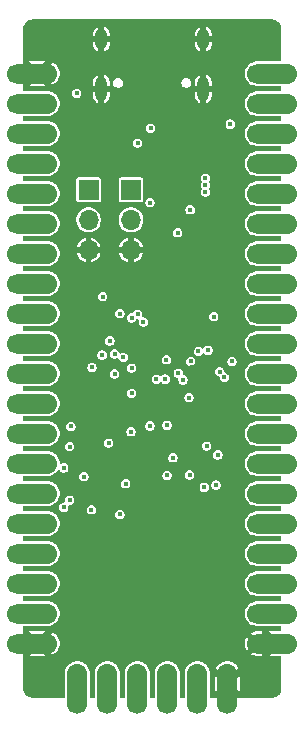
<source format=gbr>
%TF.GenerationSoftware,KiCad,Pcbnew,9.0.0*%
%TF.CreationDate,2025-04-02T16:35:10+02:00*%
%TF.ProjectId,stm32f103-core-board,73746d33-3266-4313-9033-2d636f72652d,1*%
%TF.SameCoordinates,Original*%
%TF.FileFunction,Copper,L2,Inr*%
%TF.FilePolarity,Positive*%
%FSLAX46Y46*%
G04 Gerber Fmt 4.6, Leading zero omitted, Abs format (unit mm)*
G04 Created by KiCad (PCBNEW 9.0.0) date 2025-04-02 16:35:10*
%MOMM*%
%LPD*%
G01*
G04 APERTURE LIST*
G04 Aperture macros list*
%AMFreePoly0*
4,1,23,0.000000,0.845907,0.083315,0.845907,0.246742,0.813399,0.400687,0.749633,0.539234,0.657059,0.657059,0.539234,0.749633,0.400687,0.813399,0.246742,0.845907,0.083315,0.845907,-0.083315,0.813399,-0.246742,0.749633,-0.400687,0.657059,-0.539234,0.539234,-0.657059,0.400687,-0.749633,0.246742,-0.813399,0.083315,-0.845907,0.000000,-0.845907,0.000000,-0.850000,-2.540000,-0.850000,
-2.540000,0.850000,0.000000,0.850000,0.000000,0.845907,0.000000,0.845907,$1*%
G04 Aperture macros list end*
%TA.AperFunction,ComponentPad*%
%ADD10O,1.700000X1.700000*%
%TD*%
%TA.AperFunction,ComponentPad*%
%ADD11R,1.700000X1.700000*%
%TD*%
%TA.AperFunction,ComponentPad*%
%ADD12FreePoly0,0.000000*%
%TD*%
%TA.AperFunction,ComponentPad*%
%ADD13C,1.700000*%
%TD*%
%TA.AperFunction,ComponentPad*%
%ADD14O,1.000000X1.800000*%
%TD*%
%TA.AperFunction,ComponentPad*%
%ADD15O,1.000000X2.100000*%
%TD*%
%TA.AperFunction,ComponentPad*%
%ADD16FreePoly0,90.000000*%
%TD*%
%TA.AperFunction,ViaPad*%
%ADD17C,0.400000*%
%TD*%
G04 APERTURE END LIST*
D10*
%TO.N,GND*%
%TO.C,J1*%
X144600000Y-90800000D03*
%TO.N,Net-(J1-Pin_2)*%
X144600000Y-88260001D03*
D11*
%TO.N,/+3V3*%
X144600000Y-85720001D03*
%TD*%
D12*
%TO.N,GND*%
%TO.C,J5*%
X161430000Y-124130000D03*
D13*
X158890000Y-124130000D03*
D12*
%TO.N,/VBAT*%
X161430000Y-121590000D03*
D13*
X158890000Y-121590000D03*
D12*
%TO.N,/PC13*%
X161430000Y-119050000D03*
D13*
X158890000Y-119050000D03*
D12*
%TO.N,/~{NRST}*%
X161430000Y-116510001D03*
D13*
X158890000Y-116510000D03*
D12*
%TO.N,/PA0*%
X161430000Y-113969999D03*
D13*
X158890000Y-113970000D03*
D12*
%TO.N,/PA1*%
X161430000Y-111430000D03*
D13*
X158890000Y-111430000D03*
D12*
%TO.N,/PA2*%
X161430000Y-108890000D03*
D13*
X158890000Y-108890000D03*
D12*
%TO.N,/PA3*%
X161430000Y-106350000D03*
D13*
X158890000Y-106350000D03*
D12*
%TO.N,/PA4*%
X161430000Y-103809999D03*
D13*
X158890000Y-103810000D03*
D12*
%TO.N,/PA5*%
X161430000Y-101270000D03*
D13*
X158890000Y-101270000D03*
D12*
%TO.N,/PA6*%
X161430000Y-98730000D03*
D13*
X158890000Y-98730000D03*
D12*
%TO.N,/PA7*%
X161430000Y-96190000D03*
D13*
X158890000Y-96190000D03*
D12*
%TO.N,/PA8*%
X161430000Y-93650001D03*
D13*
X158890000Y-93650000D03*
D12*
%TO.N,/USART1.TX*%
X161430000Y-91110000D03*
D13*
X158890000Y-91110000D03*
D12*
%TO.N,/USART1.RX*%
X161430000Y-88570000D03*
D13*
X158890000Y-88570000D03*
D12*
%TO.N,/PA11*%
X161430000Y-86030000D03*
D13*
X158890000Y-86030000D03*
D12*
%TO.N,/PA12*%
X161430000Y-83490000D03*
D13*
X158890000Y-83490000D03*
D12*
%TO.N,/PA13*%
X161430000Y-80949999D03*
D13*
X158890000Y-80950000D03*
D12*
%TO.N,/PA14*%
X161430000Y-78410000D03*
D13*
X158890000Y-78410000D03*
D12*
%TO.N,/PA15*%
X161430000Y-75870000D03*
D13*
X158890000Y-75870000D03*
%TD*%
D10*
%TO.N,GND*%
%TO.C,J2*%
X148200000Y-90800000D03*
%TO.N,Net-(J2-Pin_2)*%
X148200000Y-88260001D03*
D11*
%TO.N,/+3V3*%
X148200000Y-85720001D03*
%TD*%
D12*
%TO.N,GND*%
%TO.C,J4*%
X141110000Y-124130000D03*
D13*
X138570000Y-124130000D03*
D12*
%TO.N,/+3V3*%
X141110000Y-121590000D03*
D13*
X138570000Y-121590000D03*
D12*
%TO.N,/PB15*%
X141110000Y-119050000D03*
D13*
X138570000Y-119050000D03*
D12*
%TO.N,/PB14*%
X141110000Y-116510001D03*
D13*
X138570000Y-116510000D03*
D12*
%TO.N,/PB13*%
X141110000Y-113969999D03*
D13*
X138570000Y-113970000D03*
D12*
%TO.N,/PB12*%
X141110000Y-111430000D03*
D13*
X138570000Y-111430000D03*
D12*
%TO.N,/PB11*%
X141110000Y-108890000D03*
D13*
X138570000Y-108890000D03*
D12*
%TO.N,/PB10*%
X141110000Y-106350000D03*
D13*
X138570000Y-106350000D03*
D12*
%TO.N,/PB9*%
X141110000Y-103809999D03*
D13*
X138570000Y-103810000D03*
D12*
%TO.N,/PB8*%
X141110000Y-101270000D03*
D13*
X138570000Y-101270000D03*
D12*
%TO.N,/PB7*%
X141110000Y-98730000D03*
D13*
X138570000Y-98730000D03*
D12*
%TO.N,/PB6*%
X141110000Y-96190000D03*
D13*
X138570000Y-96190000D03*
D12*
%TO.N,/PB5*%
X141110000Y-93650001D03*
D13*
X138570000Y-93650000D03*
D12*
%TO.N,/PB4*%
X141110000Y-91110000D03*
D13*
X138570000Y-91110000D03*
D12*
%TO.N,/PB3*%
X141110000Y-88570000D03*
D13*
X138570000Y-88570000D03*
D12*
%TO.N,/PB2*%
X141110000Y-86030000D03*
D13*
X138570000Y-86030000D03*
D12*
%TO.N,/PB1*%
X141110000Y-83490000D03*
D13*
X138570000Y-83490000D03*
D12*
%TO.N,/PB0*%
X141110000Y-80949999D03*
D13*
X138570000Y-80950000D03*
D12*
%TO.N,/+5V*%
X141110000Y-78410000D03*
D13*
X138570000Y-78410000D03*
D12*
%TO.N,GND*%
X141110000Y-75870000D03*
D13*
X138570000Y-75870000D03*
%TD*%
D14*
%TO.N,GND*%
%TO.C,CN1*%
X154320000Y-72975000D03*
X145680000Y-72975000D03*
D15*
X145680000Y-77155000D03*
X154320000Y-77155000D03*
%TD*%
D16*
%TO.N,GND*%
%TO.C,J3*%
X156350000Y-126670000D03*
D13*
X156350000Y-129210000D03*
D16*
%TO.N,/USART1.TX*%
X153810000Y-126670000D03*
D13*
X153810000Y-129210000D03*
D16*
%TO.N,/USART1.RX*%
X151270000Y-126670000D03*
D13*
X151270000Y-129210000D03*
D16*
%TO.N,/PA13*%
X148729999Y-126670000D03*
D13*
X148730000Y-129210000D03*
D16*
%TO.N,/PA14*%
X146190000Y-126670000D03*
D13*
X146190000Y-129210000D03*
D16*
%TO.N,/+3V3*%
X143650000Y-126670000D03*
D13*
X143650000Y-129210000D03*
%TD*%
D17*
%TO.N,GND*%
X153350000Y-100750000D03*
X154550000Y-79500000D03*
X155500000Y-79050000D03*
%TO.N,/+3V3*%
X154500000Y-85300000D03*
X155550000Y-108150000D03*
X143600000Y-77550000D03*
X147250000Y-96200000D03*
X151250000Y-109900000D03*
X156750000Y-100250000D03*
X143000000Y-107450000D03*
X145800000Y-94750000D03*
X147550000Y-99900000D03*
X149850000Y-80500000D03*
X153250000Y-100250000D03*
X156600000Y-80150000D03*
X143100000Y-105750000D03*
X154500000Y-84737500D03*
X151250000Y-105650000D03*
X154500000Y-85900000D03*
%TO.N,GND*%
X151000000Y-86150000D03*
X154125000Y-109850000D03*
X157150000Y-82750000D03*
X146350000Y-109250000D03*
X156600000Y-77900000D03*
X143000000Y-106700000D03*
X147500000Y-80500000D03*
X153950000Y-81750000D03*
X150600000Y-119200000D03*
X154125000Y-118000000D03*
X143600000Y-71600000D03*
X150600000Y-120900000D03*
X152400000Y-114900000D03*
X157100000Y-84500000D03*
X150750000Y-106200000D03*
X148950000Y-113200000D03*
X147750000Y-97800000D03*
X156800000Y-99250000D03*
X154125000Y-114000000D03*
X151900000Y-80500000D03*
X145675000Y-115900000D03*
X146300000Y-96200000D03*
X148950000Y-120900000D03*
X152300000Y-114125000D03*
X152200000Y-109900000D03*
X146400000Y-119000000D03*
%TO.N,/PA12*%
X148750000Y-96250000D03*
X148750000Y-81750000D03*
%TO.N,/PA11*%
X149800000Y-86800000D03*
X149250000Y-96900000D03*
%TO.N,/PB2*%
X152150000Y-89350000D03*
X155200000Y-96450000D03*
%TO.N,/PA1*%
X153150000Y-109850000D03*
%TO.N,/USART1.TX*%
X155400000Y-110700000D03*
%TO.N,/VBAT*%
X147250000Y-113200000D03*
%TO.N,/PC13*%
X147750000Y-110600000D03*
%TO.N,/PA0*%
X151750000Y-108400000D03*
%TO.N,/USART1.RX*%
X154600000Y-107400000D03*
X151200000Y-100100000D03*
X154400000Y-110900000D03*
X153100000Y-103300000D03*
%TO.N,/PB12*%
X151100000Y-101750000D03*
X144200000Y-110000000D03*
%TO.N,/BOOT0*%
X146800000Y-99600000D03*
X146800000Y-101300000D03*
%TO.N,/PB9*%
X142500000Y-112600000D03*
X142500000Y-109250000D03*
%TO.N,/PB13*%
X150350000Y-101750000D03*
%TO.N,/PB10*%
X148200000Y-106200000D03*
X152600000Y-101800000D03*
%TO.N,/PB1*%
X146400000Y-98500000D03*
X155700000Y-101100000D03*
%TO.N,/PB0*%
X156100000Y-101600000D03*
X153200000Y-87400000D03*
%TO.N,/PB14*%
X153900000Y-99400000D03*
%TO.N,/PB15*%
X154700000Y-99300000D03*
%TO.N,/PB11*%
X152200000Y-101250000D03*
X146300000Y-107150000D03*
%TO.N,/PA15*%
X144900000Y-100750000D03*
%TO.N,/PA14*%
X145750000Y-99700000D03*
X143000000Y-112000000D03*
%TO.N,/PA13*%
X144850000Y-112800000D03*
X148250000Y-100800000D03*
X149800000Y-105700000D03*
X148250000Y-102950000D03*
X148250000Y-96550000D03*
%TD*%
%TA.AperFunction,Conductor*%
%TO.N,GND*%
G36*
X160164842Y-71290976D02*
G01*
X160300418Y-71304330D01*
X160319451Y-71308116D01*
X160445148Y-71346245D01*
X160463071Y-71353670D01*
X160578915Y-71415589D01*
X160595043Y-71426365D01*
X160668018Y-71486254D01*
X160696581Y-71509695D01*
X160710304Y-71523418D01*
X160793631Y-71624952D01*
X160804413Y-71641089D01*
X160866328Y-71756925D01*
X160873755Y-71774855D01*
X160911883Y-71900548D01*
X160915669Y-71919582D01*
X160929023Y-72055157D01*
X160929500Y-72064861D01*
X160929500Y-74715500D01*
X160910593Y-74773691D01*
X160861093Y-74809655D01*
X160830500Y-74814500D01*
X158890000Y-74814500D01*
X158851142Y-74818878D01*
X158840058Y-74819500D01*
X158786532Y-74819500D01*
X158583581Y-74859869D01*
X158392402Y-74939058D01*
X158220348Y-75054020D01*
X158074020Y-75200348D01*
X157959058Y-75372402D01*
X157879869Y-75563581D01*
X157839500Y-75766532D01*
X157839500Y-75973467D01*
X157879869Y-76176418D01*
X157959058Y-76367597D01*
X158071619Y-76536057D01*
X158074023Y-76539655D01*
X158220345Y-76685977D01*
X158392402Y-76800941D01*
X158583580Y-76880130D01*
X158786535Y-76920500D01*
X158856938Y-76920500D01*
X158878967Y-76922982D01*
X158889995Y-76925499D01*
X158889996Y-76925499D01*
X158890000Y-76925500D01*
X160830500Y-76925500D01*
X160888691Y-76944407D01*
X160924655Y-76993907D01*
X160929500Y-77024500D01*
X160929500Y-77255500D01*
X160910593Y-77313691D01*
X160861093Y-77349655D01*
X160830500Y-77354500D01*
X158890000Y-77354500D01*
X158854950Y-77358449D01*
X158851142Y-77358878D01*
X158840058Y-77359500D01*
X158786532Y-77359500D01*
X158583581Y-77399869D01*
X158392402Y-77479058D01*
X158220348Y-77594020D01*
X158074020Y-77740348D01*
X157959058Y-77912402D01*
X157879869Y-78103581D01*
X157839500Y-78306532D01*
X157839500Y-78513467D01*
X157879869Y-78716418D01*
X157959058Y-78907597D01*
X158064915Y-79066024D01*
X158074023Y-79079655D01*
X158220345Y-79225977D01*
X158392402Y-79340941D01*
X158583580Y-79420130D01*
X158786535Y-79460500D01*
X158856938Y-79460500D01*
X158878967Y-79462982D01*
X158889995Y-79465499D01*
X158889996Y-79465499D01*
X158890000Y-79465500D01*
X160830500Y-79465500D01*
X160888691Y-79484407D01*
X160924655Y-79533907D01*
X160929500Y-79564500D01*
X160929500Y-79795499D01*
X160910593Y-79853690D01*
X160861093Y-79889654D01*
X160830500Y-79894499D01*
X158890000Y-79894499D01*
X158854950Y-79898448D01*
X158851133Y-79898878D01*
X158840049Y-79899500D01*
X158786532Y-79899500D01*
X158583581Y-79939869D01*
X158392402Y-80019058D01*
X158220348Y-80134020D01*
X158074020Y-80280348D01*
X157959058Y-80452402D01*
X157879869Y-80643581D01*
X157839500Y-80846532D01*
X157839500Y-81053467D01*
X157879869Y-81256418D01*
X157959058Y-81447597D01*
X158057822Y-81595409D01*
X158074023Y-81619655D01*
X158220345Y-81765977D01*
X158392402Y-81880941D01*
X158583580Y-81960130D01*
X158786535Y-82000500D01*
X158856943Y-82000500D01*
X158878972Y-82002982D01*
X158890000Y-82005499D01*
X160830500Y-82005499D01*
X160888691Y-82024406D01*
X160924655Y-82073906D01*
X160929500Y-82104499D01*
X160929500Y-82335500D01*
X160910593Y-82393691D01*
X160861093Y-82429655D01*
X160830500Y-82434500D01*
X158890000Y-82434500D01*
X158854950Y-82438449D01*
X158851142Y-82438878D01*
X158840058Y-82439500D01*
X158786532Y-82439500D01*
X158583581Y-82479869D01*
X158392402Y-82559058D01*
X158220348Y-82674020D01*
X158074020Y-82820348D01*
X157959058Y-82992402D01*
X157879869Y-83183581D01*
X157839500Y-83386532D01*
X157839500Y-83593467D01*
X157879869Y-83796418D01*
X157959058Y-83987597D01*
X158064915Y-84146024D01*
X158074023Y-84159655D01*
X158220345Y-84305977D01*
X158392402Y-84420941D01*
X158583580Y-84500130D01*
X158786535Y-84540500D01*
X158856938Y-84540500D01*
X158878967Y-84542982D01*
X158889995Y-84545499D01*
X158889996Y-84545499D01*
X158890000Y-84545500D01*
X160830500Y-84545500D01*
X160888691Y-84564407D01*
X160924655Y-84613907D01*
X160929500Y-84644500D01*
X160929500Y-84875500D01*
X160910593Y-84933691D01*
X160861093Y-84969655D01*
X160830500Y-84974500D01*
X158890000Y-84974500D01*
X158854950Y-84978449D01*
X158851142Y-84978878D01*
X158840058Y-84979500D01*
X158786532Y-84979500D01*
X158583581Y-85019869D01*
X158392402Y-85099058D01*
X158220348Y-85214020D01*
X158074020Y-85360348D01*
X157959058Y-85532402D01*
X157879869Y-85723581D01*
X157839500Y-85926532D01*
X157839500Y-86133467D01*
X157879869Y-86336418D01*
X157959058Y-86527597D01*
X158064915Y-86686024D01*
X158074023Y-86699655D01*
X158220345Y-86845977D01*
X158392402Y-86960941D01*
X158583580Y-87040130D01*
X158786535Y-87080500D01*
X158856938Y-87080500D01*
X158878967Y-87082982D01*
X158889995Y-87085499D01*
X158889996Y-87085499D01*
X158890000Y-87085500D01*
X160830500Y-87085500D01*
X160888691Y-87104407D01*
X160924655Y-87153907D01*
X160929500Y-87184500D01*
X160929500Y-87415500D01*
X160910593Y-87473691D01*
X160861093Y-87509655D01*
X160830500Y-87514500D01*
X158890000Y-87514500D01*
X158854950Y-87518449D01*
X158851142Y-87518878D01*
X158840058Y-87519500D01*
X158786532Y-87519500D01*
X158583581Y-87559869D01*
X158392402Y-87639058D01*
X158220348Y-87754020D01*
X158074020Y-87900348D01*
X157959058Y-88072402D01*
X157879869Y-88263581D01*
X157839500Y-88466532D01*
X157839500Y-88673467D01*
X157879869Y-88876418D01*
X157959058Y-89067597D01*
X158064915Y-89226024D01*
X158074023Y-89239655D01*
X158220345Y-89385977D01*
X158392402Y-89500941D01*
X158583580Y-89580130D01*
X158786535Y-89620500D01*
X158856938Y-89620500D01*
X158878967Y-89622982D01*
X158889995Y-89625499D01*
X158889996Y-89625499D01*
X158890000Y-89625500D01*
X160830500Y-89625500D01*
X160888691Y-89644407D01*
X160924655Y-89693907D01*
X160929500Y-89724500D01*
X160929500Y-89955500D01*
X160910593Y-90013691D01*
X160861093Y-90049655D01*
X160830500Y-90054500D01*
X158890000Y-90054500D01*
X158854950Y-90058449D01*
X158851142Y-90058878D01*
X158840058Y-90059500D01*
X158786532Y-90059500D01*
X158583581Y-90099869D01*
X158392402Y-90179058D01*
X158220348Y-90294020D01*
X158074020Y-90440348D01*
X157959058Y-90612402D01*
X157879869Y-90803581D01*
X157839500Y-91006532D01*
X157839500Y-91213467D01*
X157879869Y-91416418D01*
X157959058Y-91607597D01*
X158064915Y-91766024D01*
X158074023Y-91779655D01*
X158220345Y-91925977D01*
X158392402Y-92040941D01*
X158583580Y-92120130D01*
X158786535Y-92160500D01*
X158856938Y-92160500D01*
X158878967Y-92162982D01*
X158889995Y-92165499D01*
X158889996Y-92165499D01*
X158890000Y-92165500D01*
X160830500Y-92165500D01*
X160888691Y-92184407D01*
X160924655Y-92233907D01*
X160929500Y-92264500D01*
X160929500Y-92495501D01*
X160910593Y-92553692D01*
X160861093Y-92589656D01*
X160830500Y-92594501D01*
X158889998Y-92594501D01*
X158851151Y-92598878D01*
X158840067Y-92599500D01*
X158786532Y-92599500D01*
X158583581Y-92639869D01*
X158392402Y-92719058D01*
X158220348Y-92834020D01*
X158074020Y-92980348D01*
X157959058Y-93152402D01*
X157879869Y-93343581D01*
X157839500Y-93546532D01*
X157839500Y-93753467D01*
X157879869Y-93956418D01*
X157959058Y-94147597D01*
X158074020Y-94319651D01*
X158074023Y-94319655D01*
X158220345Y-94465977D01*
X158392402Y-94580941D01*
X158583580Y-94660130D01*
X158786535Y-94700500D01*
X158856935Y-94700500D01*
X158878961Y-94702981D01*
X158890000Y-94705501D01*
X160830500Y-94705501D01*
X160888691Y-94724408D01*
X160924655Y-94773908D01*
X160929500Y-94804501D01*
X160929500Y-95035500D01*
X160910593Y-95093691D01*
X160861093Y-95129655D01*
X160830500Y-95134500D01*
X158890000Y-95134500D01*
X158854950Y-95138449D01*
X158851142Y-95138878D01*
X158840058Y-95139500D01*
X158786532Y-95139500D01*
X158583581Y-95179869D01*
X158392402Y-95259058D01*
X158220348Y-95374020D01*
X158074020Y-95520348D01*
X157959058Y-95692402D01*
X157879869Y-95883581D01*
X157839500Y-96086532D01*
X157839500Y-96293467D01*
X157879869Y-96496418D01*
X157959058Y-96687597D01*
X158065750Y-96847274D01*
X158074023Y-96859655D01*
X158220345Y-97005977D01*
X158392402Y-97120941D01*
X158583580Y-97200130D01*
X158786535Y-97240500D01*
X158856938Y-97240500D01*
X158878967Y-97242982D01*
X158889995Y-97245499D01*
X158889996Y-97245499D01*
X158890000Y-97245500D01*
X160830500Y-97245500D01*
X160888691Y-97264407D01*
X160924655Y-97313907D01*
X160929500Y-97344500D01*
X160929500Y-97575500D01*
X160910593Y-97633691D01*
X160861093Y-97669655D01*
X160830500Y-97674500D01*
X158890000Y-97674500D01*
X158854950Y-97678449D01*
X158851142Y-97678878D01*
X158840058Y-97679500D01*
X158786532Y-97679500D01*
X158583581Y-97719869D01*
X158392402Y-97799058D01*
X158220348Y-97914020D01*
X158074020Y-98060348D01*
X157959058Y-98232402D01*
X157879869Y-98423581D01*
X157839500Y-98626532D01*
X157839500Y-98833467D01*
X157879869Y-99036418D01*
X157959058Y-99227597D01*
X158064915Y-99386024D01*
X158074023Y-99399655D01*
X158220345Y-99545977D01*
X158392402Y-99660941D01*
X158583580Y-99740130D01*
X158786535Y-99780500D01*
X158856938Y-99780500D01*
X158878967Y-99782982D01*
X158889995Y-99785499D01*
X158889996Y-99785499D01*
X158890000Y-99785500D01*
X160830500Y-99785500D01*
X160888691Y-99804407D01*
X160924655Y-99853907D01*
X160929500Y-99884500D01*
X160929500Y-100115500D01*
X160910593Y-100173691D01*
X160861093Y-100209655D01*
X160830500Y-100214500D01*
X158890000Y-100214500D01*
X158854950Y-100218449D01*
X158851142Y-100218878D01*
X158840058Y-100219500D01*
X158786532Y-100219500D01*
X158583581Y-100259869D01*
X158392402Y-100339058D01*
X158220348Y-100454020D01*
X158074020Y-100600348D01*
X157959058Y-100772402D01*
X157879869Y-100963581D01*
X157839500Y-101166532D01*
X157839500Y-101373467D01*
X157879869Y-101576418D01*
X157959058Y-101767597D01*
X158064915Y-101926024D01*
X158074023Y-101939655D01*
X158220345Y-102085977D01*
X158392402Y-102200941D01*
X158583580Y-102280130D01*
X158786535Y-102320500D01*
X158856938Y-102320500D01*
X158878967Y-102322982D01*
X158889995Y-102325499D01*
X158889996Y-102325499D01*
X158890000Y-102325500D01*
X160830500Y-102325500D01*
X160888691Y-102344407D01*
X160924655Y-102393907D01*
X160929500Y-102424500D01*
X160929500Y-102655499D01*
X160910593Y-102713690D01*
X160861093Y-102749654D01*
X160830500Y-102754499D01*
X158890000Y-102754499D01*
X158854950Y-102758448D01*
X158851133Y-102758878D01*
X158840049Y-102759500D01*
X158786532Y-102759500D01*
X158583581Y-102799869D01*
X158392402Y-102879058D01*
X158220348Y-102994020D01*
X158074020Y-103140348D01*
X157959058Y-103312402D01*
X157879869Y-103503581D01*
X157839500Y-103706532D01*
X157839500Y-103913467D01*
X157879869Y-104116418D01*
X157959058Y-104307597D01*
X158064907Y-104466012D01*
X158074023Y-104479655D01*
X158220345Y-104625977D01*
X158392402Y-104740941D01*
X158583580Y-104820130D01*
X158786535Y-104860500D01*
X158856943Y-104860500D01*
X158878972Y-104862982D01*
X158890000Y-104865499D01*
X160830500Y-104865499D01*
X160888691Y-104884406D01*
X160924655Y-104933906D01*
X160929500Y-104964499D01*
X160929500Y-105195500D01*
X160910593Y-105253691D01*
X160861093Y-105289655D01*
X160830500Y-105294500D01*
X158890000Y-105294500D01*
X158854950Y-105298449D01*
X158851142Y-105298878D01*
X158840058Y-105299500D01*
X158786532Y-105299500D01*
X158583581Y-105339869D01*
X158392402Y-105419058D01*
X158220348Y-105534020D01*
X158074020Y-105680348D01*
X157959058Y-105852402D01*
X157879869Y-106043581D01*
X157839500Y-106246532D01*
X157839500Y-106453467D01*
X157879869Y-106656418D01*
X157959058Y-106847597D01*
X158064915Y-107006024D01*
X158074023Y-107019655D01*
X158220345Y-107165977D01*
X158392402Y-107280941D01*
X158583580Y-107360130D01*
X158786535Y-107400500D01*
X158856938Y-107400500D01*
X158878967Y-107402982D01*
X158889995Y-107405499D01*
X158889996Y-107405499D01*
X158890000Y-107405500D01*
X160830500Y-107405500D01*
X160888691Y-107424407D01*
X160924655Y-107473907D01*
X160929500Y-107504500D01*
X160929500Y-107735500D01*
X160910593Y-107793691D01*
X160861093Y-107829655D01*
X160830500Y-107834500D01*
X158890000Y-107834500D01*
X158854950Y-107838449D01*
X158851142Y-107838878D01*
X158840058Y-107839500D01*
X158786532Y-107839500D01*
X158583581Y-107879869D01*
X158392402Y-107959058D01*
X158220348Y-108074020D01*
X158074020Y-108220348D01*
X157959058Y-108392402D01*
X157879869Y-108583581D01*
X157839500Y-108786532D01*
X157839500Y-108993467D01*
X157879869Y-109196418D01*
X157959058Y-109387597D01*
X158064913Y-109546021D01*
X158074023Y-109559655D01*
X158220345Y-109705977D01*
X158392402Y-109820941D01*
X158583580Y-109900130D01*
X158786535Y-109940500D01*
X158856938Y-109940500D01*
X158878967Y-109942982D01*
X158889995Y-109945499D01*
X158889996Y-109945499D01*
X158890000Y-109945500D01*
X160830500Y-109945500D01*
X160888691Y-109964407D01*
X160924655Y-110013907D01*
X160929500Y-110044500D01*
X160929500Y-110275500D01*
X160910593Y-110333691D01*
X160861093Y-110369655D01*
X160830500Y-110374500D01*
X158890000Y-110374500D01*
X158854950Y-110378449D01*
X158851142Y-110378878D01*
X158840058Y-110379500D01*
X158786532Y-110379500D01*
X158583581Y-110419869D01*
X158392402Y-110499058D01*
X158220348Y-110614020D01*
X158074020Y-110760348D01*
X157959058Y-110932402D01*
X157879869Y-111123581D01*
X157839500Y-111326532D01*
X157839500Y-111533467D01*
X157879869Y-111736418D01*
X157959058Y-111927597D01*
X158064915Y-112086024D01*
X158074023Y-112099655D01*
X158220345Y-112245977D01*
X158392402Y-112360941D01*
X158583580Y-112440130D01*
X158786535Y-112480500D01*
X158856938Y-112480500D01*
X158878967Y-112482982D01*
X158889995Y-112485499D01*
X158889996Y-112485499D01*
X158890000Y-112485500D01*
X160830500Y-112485500D01*
X160888691Y-112504407D01*
X160924655Y-112553907D01*
X160929500Y-112584500D01*
X160929500Y-112815499D01*
X160910593Y-112873690D01*
X160861093Y-112909654D01*
X160830500Y-112914499D01*
X158890000Y-112914499D01*
X158854950Y-112918448D01*
X158851133Y-112918878D01*
X158840049Y-112919500D01*
X158786532Y-112919500D01*
X158583581Y-112959869D01*
X158392402Y-113039058D01*
X158220348Y-113154020D01*
X158074020Y-113300348D01*
X157959058Y-113472402D01*
X157879869Y-113663581D01*
X157839500Y-113866532D01*
X157839500Y-114073467D01*
X157879869Y-114276418D01*
X157959058Y-114467597D01*
X158064907Y-114626012D01*
X158074023Y-114639655D01*
X158220345Y-114785977D01*
X158392402Y-114900941D01*
X158583580Y-114980130D01*
X158786535Y-115020500D01*
X158856943Y-115020500D01*
X158878972Y-115022982D01*
X158890000Y-115025499D01*
X160830500Y-115025499D01*
X160888691Y-115044406D01*
X160924655Y-115093906D01*
X160929500Y-115124499D01*
X160929500Y-115355501D01*
X160910593Y-115413692D01*
X160861093Y-115449656D01*
X160830500Y-115454501D01*
X158889998Y-115454501D01*
X158851151Y-115458878D01*
X158840067Y-115459500D01*
X158786532Y-115459500D01*
X158583581Y-115499869D01*
X158392402Y-115579058D01*
X158220348Y-115694020D01*
X158074020Y-115840348D01*
X157959058Y-116012402D01*
X157879869Y-116203581D01*
X157839500Y-116406532D01*
X157839500Y-116613467D01*
X157879869Y-116816418D01*
X157959058Y-117007597D01*
X158074020Y-117179651D01*
X158074023Y-117179655D01*
X158220345Y-117325977D01*
X158392402Y-117440941D01*
X158583580Y-117520130D01*
X158786535Y-117560500D01*
X158856935Y-117560500D01*
X158878961Y-117562981D01*
X158890000Y-117565501D01*
X160830500Y-117565501D01*
X160888691Y-117584408D01*
X160924655Y-117633908D01*
X160929500Y-117664501D01*
X160929500Y-117895500D01*
X160910593Y-117953691D01*
X160861093Y-117989655D01*
X160830500Y-117994500D01*
X158890000Y-117994500D01*
X158854950Y-117998449D01*
X158851142Y-117998878D01*
X158840058Y-117999500D01*
X158786532Y-117999500D01*
X158583581Y-118039869D01*
X158392402Y-118119058D01*
X158220348Y-118234020D01*
X158074020Y-118380348D01*
X157959058Y-118552402D01*
X157879869Y-118743581D01*
X157839500Y-118946532D01*
X157839500Y-119153467D01*
X157879869Y-119356418D01*
X157959058Y-119547597D01*
X158064915Y-119706024D01*
X158074023Y-119719655D01*
X158220345Y-119865977D01*
X158392402Y-119980941D01*
X158583580Y-120060130D01*
X158786535Y-120100500D01*
X158856938Y-120100500D01*
X158878967Y-120102982D01*
X158889995Y-120105499D01*
X158889996Y-120105499D01*
X158890000Y-120105500D01*
X160830500Y-120105500D01*
X160888691Y-120124407D01*
X160924655Y-120173907D01*
X160929500Y-120204500D01*
X160929500Y-120435500D01*
X160910593Y-120493691D01*
X160861093Y-120529655D01*
X160830500Y-120534500D01*
X158890000Y-120534500D01*
X158854950Y-120538449D01*
X158851142Y-120538878D01*
X158840058Y-120539500D01*
X158786532Y-120539500D01*
X158583581Y-120579869D01*
X158392402Y-120659058D01*
X158220348Y-120774020D01*
X158074020Y-120920348D01*
X157959058Y-121092402D01*
X157879869Y-121283581D01*
X157839500Y-121486532D01*
X157839500Y-121693467D01*
X157879869Y-121896418D01*
X157959058Y-122087597D01*
X158064915Y-122246024D01*
X158074023Y-122259655D01*
X158220345Y-122405977D01*
X158392402Y-122520941D01*
X158583580Y-122600130D01*
X158786535Y-122640500D01*
X158856938Y-122640500D01*
X158878967Y-122642982D01*
X158889995Y-122645499D01*
X158889996Y-122645499D01*
X158890000Y-122645500D01*
X160830500Y-122645500D01*
X160888691Y-122664407D01*
X160924655Y-122713907D01*
X160929500Y-122744500D01*
X160929500Y-122976000D01*
X160910593Y-123034191D01*
X160861093Y-123070155D01*
X160830500Y-123075000D01*
X159883553Y-123075000D01*
X160691772Y-123883220D01*
X160719549Y-123937737D01*
X160709978Y-123998169D01*
X160691772Y-124023227D01*
X160585000Y-124129999D01*
X160691772Y-124236771D01*
X160719549Y-124291288D01*
X160709978Y-124351720D01*
X160691772Y-124376778D01*
X159883551Y-125185000D01*
X160830500Y-125185000D01*
X160888691Y-125203907D01*
X160924655Y-125253407D01*
X160929500Y-125284000D01*
X160929500Y-127935138D01*
X160929023Y-127944842D01*
X160915669Y-128080417D01*
X160911883Y-128099451D01*
X160873755Y-128225144D01*
X160866328Y-128243074D01*
X160804413Y-128358910D01*
X160793631Y-128375047D01*
X160710304Y-128476581D01*
X160696581Y-128490304D01*
X160595047Y-128573631D01*
X160578910Y-128584413D01*
X160463074Y-128646328D01*
X160445144Y-128653755D01*
X160319451Y-128691883D01*
X160300418Y-128695669D01*
X160180442Y-128707486D01*
X160164841Y-128709023D01*
X160155139Y-128709500D01*
X157231956Y-128709500D01*
X157173765Y-128690593D01*
X157161952Y-128680504D01*
X156350000Y-127868552D01*
X155538048Y-128680504D01*
X155483531Y-128708281D01*
X155468044Y-128709500D01*
X154964500Y-128709500D01*
X154906309Y-128690593D01*
X154870345Y-128641093D01*
X154865500Y-128610500D01*
X154865500Y-128216447D01*
X155295000Y-128216447D01*
X155996447Y-127515000D01*
X156703553Y-127515000D01*
X157405000Y-128216447D01*
X157405000Y-126813553D01*
X156703553Y-127515000D01*
X155996447Y-127515000D01*
X155295000Y-126813553D01*
X155295000Y-128216447D01*
X154865500Y-128216447D01*
X154865500Y-126586283D01*
X154861551Y-126546193D01*
X154828885Y-126381969D01*
X154817195Y-126343432D01*
X154817192Y-126343422D01*
X154761944Y-126210043D01*
X155398595Y-126210043D01*
X155850000Y-126661448D01*
X155850000Y-126735826D01*
X155884075Y-126862993D01*
X155949901Y-126977007D01*
X156042993Y-127070099D01*
X156157007Y-127135925D01*
X156284174Y-127170000D01*
X156415826Y-127170000D01*
X156542993Y-127135925D01*
X156657007Y-127070099D01*
X156750099Y-126977007D01*
X156815925Y-126862993D01*
X156850000Y-126735826D01*
X156850000Y-126661445D01*
X157301402Y-126210043D01*
X157292658Y-126188933D01*
X157292644Y-126188904D01*
X157273715Y-126153489D01*
X157180686Y-126014260D01*
X157155196Y-125983201D01*
X157036798Y-125864803D01*
X157005739Y-125839313D01*
X156866510Y-125746284D01*
X156831080Y-125727347D01*
X156831075Y-125727344D01*
X156676390Y-125663271D01*
X156637925Y-125651603D01*
X156637918Y-125651601D01*
X156473706Y-125618938D01*
X156473712Y-125618938D01*
X156433724Y-125615000D01*
X156266276Y-125615000D01*
X156226290Y-125618938D01*
X156062081Y-125651601D01*
X156062074Y-125651603D01*
X156023609Y-125663271D01*
X155868924Y-125727344D01*
X155868919Y-125727347D01*
X155833489Y-125746284D01*
X155694260Y-125839313D01*
X155663201Y-125864803D01*
X155544803Y-125983201D01*
X155519313Y-126014260D01*
X155426286Y-126153485D01*
X155407346Y-126188920D01*
X155407342Y-126188929D01*
X155398595Y-126210043D01*
X154761944Y-126210043D01*
X154759472Y-126204075D01*
X154753117Y-126188731D01*
X154743104Y-126170000D01*
X154734127Y-126153205D01*
X154641105Y-126013987D01*
X154641102Y-126013983D01*
X154641096Y-126013975D01*
X154615554Y-125982853D01*
X154615552Y-125982851D01*
X154615548Y-125982846D01*
X154497154Y-125864452D01*
X154497148Y-125864447D01*
X154497146Y-125864445D01*
X154466024Y-125838903D01*
X154466016Y-125838897D01*
X154326803Y-125745878D01*
X154326800Y-125745876D01*
X154326795Y-125745873D01*
X154312990Y-125738494D01*
X154291272Y-125726884D01*
X154136578Y-125662808D01*
X154136567Y-125662804D01*
X154098030Y-125651114D01*
X153933804Y-125618448D01*
X153933808Y-125618448D01*
X153898794Y-125615000D01*
X153893718Y-125614500D01*
X153726282Y-125614500D01*
X153718386Y-125615277D01*
X153686193Y-125618448D01*
X153521969Y-125651114D01*
X153483432Y-125662804D01*
X153483421Y-125662808D01*
X153328727Y-125726884D01*
X153293196Y-125745878D01*
X153153983Y-125838897D01*
X153153975Y-125838903D01*
X153122853Y-125864445D01*
X153004445Y-125982853D01*
X152978903Y-126013975D01*
X152978897Y-126013983D01*
X152885878Y-126153196D01*
X152885873Y-126153203D01*
X152885873Y-126153205D01*
X152885721Y-126153489D01*
X152866884Y-126188727D01*
X152802808Y-126343421D01*
X152802804Y-126343432D01*
X152791114Y-126381969D01*
X152758448Y-126546193D01*
X152754500Y-126586283D01*
X152754500Y-128610500D01*
X152735593Y-128668691D01*
X152686093Y-128704655D01*
X152655500Y-128709500D01*
X152424500Y-128709500D01*
X152366309Y-128690593D01*
X152330345Y-128641093D01*
X152325500Y-128610500D01*
X152325500Y-126586283D01*
X152321551Y-126546193D01*
X152288885Y-126381969D01*
X152277195Y-126343432D01*
X152277192Y-126343422D01*
X152213117Y-126188732D01*
X152213115Y-126188727D01*
X152203104Y-126170000D01*
X152194127Y-126153205D01*
X152101105Y-126013987D01*
X152101102Y-126013983D01*
X152101096Y-126013975D01*
X152075554Y-125982853D01*
X152075552Y-125982851D01*
X152075548Y-125982846D01*
X151957154Y-125864452D01*
X151957148Y-125864447D01*
X151957146Y-125864445D01*
X151926024Y-125838903D01*
X151926016Y-125838897D01*
X151786803Y-125745878D01*
X151786800Y-125745876D01*
X151786795Y-125745873D01*
X151772990Y-125738494D01*
X151751272Y-125726884D01*
X151596578Y-125662808D01*
X151596567Y-125662804D01*
X151558030Y-125651114D01*
X151393804Y-125618448D01*
X151393808Y-125618448D01*
X151358794Y-125615000D01*
X151353718Y-125614500D01*
X151186282Y-125614500D01*
X151178386Y-125615277D01*
X151146193Y-125618448D01*
X150981969Y-125651114D01*
X150943432Y-125662804D01*
X150943421Y-125662808D01*
X150788727Y-125726884D01*
X150753196Y-125745878D01*
X150613983Y-125838897D01*
X150613975Y-125838903D01*
X150582853Y-125864445D01*
X150464445Y-125982853D01*
X150438903Y-126013975D01*
X150438897Y-126013983D01*
X150345878Y-126153196D01*
X150345873Y-126153203D01*
X150345873Y-126153205D01*
X150345721Y-126153489D01*
X150326884Y-126188727D01*
X150262808Y-126343421D01*
X150262804Y-126343432D01*
X150251114Y-126381969D01*
X150218448Y-126546193D01*
X150214500Y-126586283D01*
X150214500Y-128610500D01*
X150195593Y-128668691D01*
X150146093Y-128704655D01*
X150115500Y-128709500D01*
X149884499Y-128709500D01*
X149826308Y-128690593D01*
X149790344Y-128641093D01*
X149785499Y-128610500D01*
X149785499Y-126586283D01*
X149781550Y-126546193D01*
X149748884Y-126381969D01*
X149737194Y-126343432D01*
X149737191Y-126343422D01*
X149673116Y-126188732D01*
X149673114Y-126188727D01*
X149663103Y-126170000D01*
X149654126Y-126153205D01*
X149561104Y-126013987D01*
X149561101Y-126013983D01*
X149561095Y-126013975D01*
X149535553Y-125982853D01*
X149535551Y-125982851D01*
X149535547Y-125982846D01*
X149417153Y-125864452D01*
X149417147Y-125864447D01*
X149417145Y-125864445D01*
X149386023Y-125838903D01*
X149386015Y-125838897D01*
X149246802Y-125745878D01*
X149246799Y-125745876D01*
X149246794Y-125745873D01*
X149232989Y-125738494D01*
X149211271Y-125726884D01*
X149056577Y-125662808D01*
X149056566Y-125662804D01*
X149018029Y-125651114D01*
X148853803Y-125618448D01*
X148853807Y-125618448D01*
X148818793Y-125615000D01*
X148813717Y-125614500D01*
X148646281Y-125614500D01*
X148638385Y-125615277D01*
X148606192Y-125618448D01*
X148441968Y-125651114D01*
X148403431Y-125662804D01*
X148403420Y-125662808D01*
X148248726Y-125726884D01*
X148213195Y-125745878D01*
X148073982Y-125838897D01*
X148073974Y-125838903D01*
X148042852Y-125864445D01*
X147924444Y-125982853D01*
X147898902Y-126013975D01*
X147898896Y-126013983D01*
X147805877Y-126153196D01*
X147805872Y-126153203D01*
X147805872Y-126153205D01*
X147805720Y-126153489D01*
X147786883Y-126188727D01*
X147722807Y-126343421D01*
X147722803Y-126343432D01*
X147711113Y-126381969D01*
X147678447Y-126546193D01*
X147674499Y-126586283D01*
X147674499Y-128610500D01*
X147655592Y-128668691D01*
X147606092Y-128704655D01*
X147575499Y-128709500D01*
X147344500Y-128709500D01*
X147286309Y-128690593D01*
X147250345Y-128641093D01*
X147245500Y-128610500D01*
X147245500Y-126586283D01*
X147241551Y-126546193D01*
X147208885Y-126381969D01*
X147197195Y-126343432D01*
X147197192Y-126343422D01*
X147133117Y-126188732D01*
X147133115Y-126188727D01*
X147123104Y-126170000D01*
X147114127Y-126153205D01*
X147021105Y-126013987D01*
X147021102Y-126013983D01*
X147021096Y-126013975D01*
X146995554Y-125982853D01*
X146995552Y-125982851D01*
X146995548Y-125982846D01*
X146877154Y-125864452D01*
X146877148Y-125864447D01*
X146877146Y-125864445D01*
X146846024Y-125838903D01*
X146846016Y-125838897D01*
X146706803Y-125745878D01*
X146706800Y-125745876D01*
X146706795Y-125745873D01*
X146692990Y-125738494D01*
X146671272Y-125726884D01*
X146516578Y-125662808D01*
X146516567Y-125662804D01*
X146478030Y-125651114D01*
X146313804Y-125618448D01*
X146313808Y-125618448D01*
X146278794Y-125615000D01*
X146273718Y-125614500D01*
X146106282Y-125614500D01*
X146098386Y-125615277D01*
X146066193Y-125618448D01*
X145901969Y-125651114D01*
X145863432Y-125662804D01*
X145863421Y-125662808D01*
X145708727Y-125726884D01*
X145673196Y-125745878D01*
X145533983Y-125838897D01*
X145533975Y-125838903D01*
X145502853Y-125864445D01*
X145384445Y-125982853D01*
X145358903Y-126013975D01*
X145358897Y-126013983D01*
X145265878Y-126153196D01*
X145265873Y-126153203D01*
X145265873Y-126153205D01*
X145265721Y-126153489D01*
X145246884Y-126188727D01*
X145182808Y-126343421D01*
X145182804Y-126343432D01*
X145171114Y-126381969D01*
X145138448Y-126546193D01*
X145134500Y-126586283D01*
X145134500Y-128610500D01*
X145115593Y-128668691D01*
X145066093Y-128704655D01*
X145035500Y-128709500D01*
X144804500Y-128709500D01*
X144746309Y-128690593D01*
X144710345Y-128641093D01*
X144705500Y-128610500D01*
X144705500Y-126586283D01*
X144701551Y-126546193D01*
X144668885Y-126381969D01*
X144657195Y-126343432D01*
X144657192Y-126343422D01*
X144593117Y-126188732D01*
X144593115Y-126188727D01*
X144583104Y-126170000D01*
X144574127Y-126153205D01*
X144481105Y-126013987D01*
X144481102Y-126013983D01*
X144481096Y-126013975D01*
X144455554Y-125982853D01*
X144455552Y-125982851D01*
X144455548Y-125982846D01*
X144337154Y-125864452D01*
X144337148Y-125864447D01*
X144337146Y-125864445D01*
X144306024Y-125838903D01*
X144306016Y-125838897D01*
X144166803Y-125745878D01*
X144166800Y-125745876D01*
X144166795Y-125745873D01*
X144152990Y-125738494D01*
X144131272Y-125726884D01*
X143976578Y-125662808D01*
X143976567Y-125662804D01*
X143938030Y-125651114D01*
X143773804Y-125618448D01*
X143773808Y-125618448D01*
X143738794Y-125615000D01*
X143733718Y-125614500D01*
X143566282Y-125614500D01*
X143558386Y-125615277D01*
X143526193Y-125618448D01*
X143361969Y-125651114D01*
X143323432Y-125662804D01*
X143323421Y-125662808D01*
X143168727Y-125726884D01*
X143133196Y-125745878D01*
X142993983Y-125838897D01*
X142993975Y-125838903D01*
X142962853Y-125864445D01*
X142844445Y-125982853D01*
X142818903Y-126013975D01*
X142818897Y-126013983D01*
X142725878Y-126153196D01*
X142725873Y-126153203D01*
X142725873Y-126153205D01*
X142725721Y-126153489D01*
X142706884Y-126188727D01*
X142642808Y-126343421D01*
X142642804Y-126343432D01*
X142631114Y-126381969D01*
X142598448Y-126546193D01*
X142594500Y-126586283D01*
X142594500Y-128610500D01*
X142575593Y-128668691D01*
X142526093Y-128704655D01*
X142495500Y-128709500D01*
X139844861Y-128709500D01*
X139835157Y-128709023D01*
X139699582Y-128695669D01*
X139680548Y-128691883D01*
X139554855Y-128653755D01*
X139536925Y-128646328D01*
X139421089Y-128584413D01*
X139404952Y-128573631D01*
X139303418Y-128490304D01*
X139289695Y-128476581D01*
X139266254Y-128448018D01*
X139206365Y-128375043D01*
X139195589Y-128358915D01*
X139133670Y-128243071D01*
X139126244Y-128225144D01*
X139088116Y-128099451D01*
X139084330Y-128080417D01*
X139070977Y-127944842D01*
X139070500Y-127935138D01*
X139070500Y-125185000D01*
X139563553Y-125185000D01*
X140966447Y-125185000D01*
X140265000Y-124483553D01*
X139563553Y-125185000D01*
X139070500Y-125185000D01*
X139070500Y-125011955D01*
X139089407Y-124953764D01*
X139099496Y-124941951D01*
X139911447Y-124129999D01*
X139845622Y-124064174D01*
X140610000Y-124064174D01*
X140610000Y-124195826D01*
X140644075Y-124322993D01*
X140709901Y-124437007D01*
X140802993Y-124530099D01*
X140917007Y-124595925D01*
X141044174Y-124630000D01*
X141118553Y-124630000D01*
X141569955Y-125081402D01*
X141591085Y-125072650D01*
X141626510Y-125053715D01*
X141765739Y-124960686D01*
X141796798Y-124935196D01*
X141915196Y-124816798D01*
X141940686Y-124785739D01*
X142033715Y-124646510D01*
X142052652Y-124611080D01*
X142052655Y-124611075D01*
X142116728Y-124456390D01*
X142128396Y-124417925D01*
X142128398Y-124417918D01*
X142161061Y-124253709D01*
X142165000Y-124213724D01*
X142165000Y-124046277D01*
X142163537Y-124031427D01*
X142163537Y-124031425D01*
X142163060Y-124026581D01*
X157840000Y-124026581D01*
X157840000Y-124233418D01*
X157880349Y-124436272D01*
X157959501Y-124627360D01*
X157959505Y-124627369D01*
X157991377Y-124675067D01*
X158407036Y-124259407D01*
X158424075Y-124322993D01*
X158489901Y-124437007D01*
X158582993Y-124530099D01*
X158697007Y-124595925D01*
X158760589Y-124612962D01*
X158344930Y-125028620D01*
X158392638Y-125060498D01*
X158583727Y-125139650D01*
X158786581Y-125179999D01*
X158786586Y-125180000D01*
X158856939Y-125180000D01*
X158878968Y-125182482D01*
X158890000Y-125185000D01*
X159329999Y-125185000D01*
X159323227Y-125178228D01*
X159295450Y-125123711D01*
X159305021Y-125063279D01*
X159323227Y-125038220D01*
X160231447Y-124129999D01*
X159323227Y-123221779D01*
X159295450Y-123167262D01*
X159305021Y-123106830D01*
X159323228Y-123081771D01*
X159329999Y-123075000D01*
X158889991Y-123075000D01*
X158851154Y-123079377D01*
X158840069Y-123080000D01*
X158786581Y-123080000D01*
X158583727Y-123120349D01*
X158392638Y-123199501D01*
X158344931Y-123231377D01*
X158760591Y-123647037D01*
X158697007Y-123664075D01*
X158582993Y-123729901D01*
X158489901Y-123822993D01*
X158424075Y-123937007D01*
X158407037Y-124000591D01*
X157991377Y-123584931D01*
X157959501Y-123632638D01*
X157880349Y-123823727D01*
X157840000Y-124026581D01*
X142163060Y-124026581D01*
X142161061Y-124006291D01*
X142128398Y-123842081D01*
X142128396Y-123842074D01*
X142116728Y-123803609D01*
X142052655Y-123648924D01*
X142052652Y-123648919D01*
X142033715Y-123613489D01*
X141940686Y-123474260D01*
X141915196Y-123443201D01*
X141796798Y-123324803D01*
X141765739Y-123299313D01*
X141626510Y-123206284D01*
X141591072Y-123187343D01*
X141591065Y-123187339D01*
X141569957Y-123178595D01*
X141569956Y-123178595D01*
X141118551Y-123630000D01*
X141044174Y-123630000D01*
X140917007Y-123664075D01*
X140802993Y-123729901D01*
X140709901Y-123822993D01*
X140644075Y-123937007D01*
X140610000Y-124064174D01*
X139845622Y-124064174D01*
X139099496Y-123318048D01*
X139095869Y-123310930D01*
X139089407Y-123306235D01*
X139082243Y-123284186D01*
X139071719Y-123263531D01*
X139070500Y-123248044D01*
X139070500Y-123075000D01*
X139563553Y-123075000D01*
X140265000Y-123776447D01*
X140966447Y-123075000D01*
X139563553Y-123075000D01*
X139070500Y-123075000D01*
X139070500Y-122744500D01*
X139089407Y-122686309D01*
X139138907Y-122650345D01*
X139169500Y-122645500D01*
X141193716Y-122645500D01*
X141193718Y-122645500D01*
X141233809Y-122641551D01*
X141398027Y-122608886D01*
X141436578Y-122597192D01*
X141591268Y-122533117D01*
X141626795Y-122514127D01*
X141766013Y-122421105D01*
X141797154Y-122395548D01*
X141915548Y-122277154D01*
X141941105Y-122246013D01*
X142034127Y-122106795D01*
X142053117Y-122071268D01*
X142117192Y-121916578D01*
X142128886Y-121878027D01*
X142161551Y-121713809D01*
X142165500Y-121673718D01*
X142165500Y-121506282D01*
X142161551Y-121466191D01*
X142128886Y-121301973D01*
X142117192Y-121263422D01*
X142053117Y-121108732D01*
X142053115Y-121108727D01*
X142044388Y-121092402D01*
X142034127Y-121073205D01*
X141941105Y-120933987D01*
X141941102Y-120933983D01*
X141941096Y-120933975D01*
X141915554Y-120902853D01*
X141915552Y-120902851D01*
X141915548Y-120902846D01*
X141797154Y-120784452D01*
X141797148Y-120784447D01*
X141797146Y-120784445D01*
X141766024Y-120758903D01*
X141766016Y-120758897D01*
X141626803Y-120665878D01*
X141626800Y-120665876D01*
X141626795Y-120665873D01*
X141610498Y-120657162D01*
X141591272Y-120646884D01*
X141436578Y-120582808D01*
X141436567Y-120582804D01*
X141398030Y-120571114D01*
X141233804Y-120538448D01*
X141233808Y-120538448D01*
X141200905Y-120535208D01*
X141193718Y-120534500D01*
X141193716Y-120534500D01*
X139169500Y-120534500D01*
X139111309Y-120515593D01*
X139075345Y-120466093D01*
X139070500Y-120435500D01*
X139070500Y-120204500D01*
X139089407Y-120146309D01*
X139138907Y-120110345D01*
X139169500Y-120105500D01*
X141193716Y-120105500D01*
X141193718Y-120105500D01*
X141233809Y-120101551D01*
X141398027Y-120068886D01*
X141436578Y-120057192D01*
X141591268Y-119993117D01*
X141626795Y-119974127D01*
X141766013Y-119881105D01*
X141797154Y-119855548D01*
X141915548Y-119737154D01*
X141941105Y-119706013D01*
X142034127Y-119566795D01*
X142053117Y-119531268D01*
X142117192Y-119376578D01*
X142128886Y-119338027D01*
X142161551Y-119173809D01*
X142165500Y-119133718D01*
X142165500Y-118966282D01*
X142161551Y-118926191D01*
X142128886Y-118761973D01*
X142117192Y-118723422D01*
X142053117Y-118568732D01*
X142053115Y-118568727D01*
X142044388Y-118552402D01*
X142034127Y-118533205D01*
X141941105Y-118393987D01*
X141941102Y-118393983D01*
X141941096Y-118393975D01*
X141915554Y-118362853D01*
X141915552Y-118362851D01*
X141915548Y-118362846D01*
X141797154Y-118244452D01*
X141797148Y-118244447D01*
X141797146Y-118244445D01*
X141766024Y-118218903D01*
X141766016Y-118218897D01*
X141626803Y-118125878D01*
X141626800Y-118125876D01*
X141626795Y-118125873D01*
X141610498Y-118117162D01*
X141591272Y-118106884D01*
X141436578Y-118042808D01*
X141436567Y-118042804D01*
X141398030Y-118031114D01*
X141233804Y-117998448D01*
X141233808Y-117998448D01*
X141200905Y-117995208D01*
X141193718Y-117994500D01*
X141193716Y-117994500D01*
X139169500Y-117994500D01*
X139111309Y-117975593D01*
X139075345Y-117926093D01*
X139070500Y-117895500D01*
X139070500Y-117664501D01*
X139089407Y-117606310D01*
X139138907Y-117570346D01*
X139169500Y-117565501D01*
X141193716Y-117565501D01*
X141193718Y-117565501D01*
X141233809Y-117561552D01*
X141398027Y-117528887D01*
X141436578Y-117517193D01*
X141591268Y-117453118D01*
X141626795Y-117434128D01*
X141766013Y-117341106D01*
X141797154Y-117315549D01*
X141915548Y-117197155D01*
X141941105Y-117166014D01*
X142034127Y-117026796D01*
X142053117Y-116991269D01*
X142117192Y-116836579D01*
X142128886Y-116798028D01*
X142161551Y-116633810D01*
X142165500Y-116593719D01*
X142165500Y-116426283D01*
X142161551Y-116386192D01*
X142128886Y-116221974D01*
X142117192Y-116183423D01*
X142053117Y-116028733D01*
X142053115Y-116028728D01*
X142044388Y-116012402D01*
X142034127Y-115993206D01*
X141941105Y-115853988D01*
X141941102Y-115853984D01*
X141941096Y-115853976D01*
X141915554Y-115822854D01*
X141915552Y-115822852D01*
X141915548Y-115822847D01*
X141797154Y-115704453D01*
X141797148Y-115704448D01*
X141797146Y-115704446D01*
X141766024Y-115678904D01*
X141766016Y-115678898D01*
X141626803Y-115585879D01*
X141626800Y-115585877D01*
X141626795Y-115585874D01*
X141610498Y-115577163D01*
X141591272Y-115566885D01*
X141436578Y-115502809D01*
X141436567Y-115502805D01*
X141398030Y-115491115D01*
X141233804Y-115458449D01*
X141233808Y-115458449D01*
X141200905Y-115455209D01*
X141193718Y-115454501D01*
X141193716Y-115454501D01*
X139169500Y-115454501D01*
X139111309Y-115435594D01*
X139075345Y-115386094D01*
X139070500Y-115355501D01*
X139070500Y-115124499D01*
X139089407Y-115066308D01*
X139138907Y-115030344D01*
X139169500Y-115025499D01*
X141193716Y-115025499D01*
X141193718Y-115025499D01*
X141233809Y-115021550D01*
X141398027Y-114988885D01*
X141436578Y-114977191D01*
X141591268Y-114913116D01*
X141626795Y-114894126D01*
X141766013Y-114801104D01*
X141797154Y-114775547D01*
X141915548Y-114657153D01*
X141941105Y-114626012D01*
X142034127Y-114486794D01*
X142053117Y-114451267D01*
X142117192Y-114296577D01*
X142128886Y-114258026D01*
X142161551Y-114093808D01*
X142165500Y-114053717D01*
X142165500Y-113886281D01*
X142161551Y-113846190D01*
X142128886Y-113681972D01*
X142117192Y-113643421D01*
X142053117Y-113488731D01*
X142053115Y-113488726D01*
X142044389Y-113472402D01*
X142034127Y-113453204D01*
X141941105Y-113313986D01*
X141941102Y-113313982D01*
X141941096Y-113313974D01*
X141915554Y-113282852D01*
X141915552Y-113282850D01*
X141915548Y-113282845D01*
X141797154Y-113164451D01*
X141797148Y-113164446D01*
X141797146Y-113164444D01*
X141766024Y-113138902D01*
X141766016Y-113138896D01*
X141626803Y-113045877D01*
X141626800Y-113045875D01*
X141626795Y-113045872D01*
X141610498Y-113037161D01*
X141591272Y-113026883D01*
X141436578Y-112962807D01*
X141436567Y-112962803D01*
X141398030Y-112951113D01*
X141233804Y-112918447D01*
X141233808Y-112918447D01*
X141200905Y-112915207D01*
X141193718Y-112914499D01*
X141193716Y-112914499D01*
X139169500Y-112914499D01*
X139111309Y-112895592D01*
X139075345Y-112846092D01*
X139070500Y-112815499D01*
X139070500Y-112584500D01*
X139082596Y-112547273D01*
X142099500Y-112547273D01*
X142099500Y-112652727D01*
X142124834Y-112747274D01*
X142126794Y-112754589D01*
X142126794Y-112754590D01*
X142179518Y-112845910D01*
X142179520Y-112845913D01*
X142254087Y-112920480D01*
X142345413Y-112973207D01*
X142447273Y-113000500D01*
X142447275Y-113000500D01*
X142552725Y-113000500D01*
X142552727Y-113000500D01*
X142654587Y-112973207D01*
X142745913Y-112920480D01*
X142820480Y-112845913D01*
X142873207Y-112754587D01*
X142874209Y-112750844D01*
X142875166Y-112747273D01*
X144449500Y-112747273D01*
X144449500Y-112852727D01*
X144476659Y-112954087D01*
X144476794Y-112954589D01*
X144476794Y-112954590D01*
X144529231Y-113045413D01*
X144529520Y-113045913D01*
X144604087Y-113120480D01*
X144695413Y-113173207D01*
X144797273Y-113200500D01*
X144797275Y-113200500D01*
X144902725Y-113200500D01*
X144902727Y-113200500D01*
X145004587Y-113173207D01*
X145049506Y-113147273D01*
X146849500Y-113147273D01*
X146849500Y-113252727D01*
X146876793Y-113354587D01*
X146876794Y-113354589D01*
X146876794Y-113354590D01*
X146929518Y-113445910D01*
X146929520Y-113445913D01*
X147004087Y-113520480D01*
X147095413Y-113573207D01*
X147197273Y-113600500D01*
X147197275Y-113600500D01*
X147302725Y-113600500D01*
X147302727Y-113600500D01*
X147404587Y-113573207D01*
X147495913Y-113520480D01*
X147570480Y-113445913D01*
X147623207Y-113354587D01*
X147650500Y-113252727D01*
X147650500Y-113147273D01*
X147623207Y-113045413D01*
X147570480Y-112954087D01*
X147495913Y-112879520D01*
X147485815Y-112873690D01*
X147404589Y-112826794D01*
X147404588Y-112826793D01*
X147404587Y-112826793D01*
X147302727Y-112799500D01*
X147197273Y-112799500D01*
X147095413Y-112826793D01*
X147095412Y-112826793D01*
X147095410Y-112826794D01*
X147095409Y-112826794D01*
X147004089Y-112879518D01*
X146929518Y-112954089D01*
X146876794Y-113045409D01*
X146876794Y-113045410D01*
X146876793Y-113045412D01*
X146876793Y-113045413D01*
X146849500Y-113147273D01*
X145049506Y-113147273D01*
X145095913Y-113120480D01*
X145170480Y-113045913D01*
X145223207Y-112954587D01*
X145250500Y-112852727D01*
X145250500Y-112747273D01*
X145223207Y-112645413D01*
X145170480Y-112554087D01*
X145095913Y-112479520D01*
X145069071Y-112464023D01*
X145004589Y-112426794D01*
X145004588Y-112426793D01*
X145004587Y-112426793D01*
X144902727Y-112399500D01*
X144797273Y-112399500D01*
X144695413Y-112426793D01*
X144695412Y-112426793D01*
X144695410Y-112426794D01*
X144695409Y-112426794D01*
X144604089Y-112479518D01*
X144529518Y-112554089D01*
X144476794Y-112645409D01*
X144476794Y-112645410D01*
X144476793Y-112645412D01*
X144476793Y-112645413D01*
X144449500Y-112747273D01*
X142875166Y-112747273D01*
X142883772Y-112715160D01*
X142889639Y-112693258D01*
X142900500Y-112652727D01*
X142900500Y-112547273D01*
X142894565Y-112525123D01*
X142897766Y-112464023D01*
X142936271Y-112416472D01*
X142990191Y-112400500D01*
X143052725Y-112400500D01*
X143052727Y-112400500D01*
X143154587Y-112373207D01*
X143245913Y-112320480D01*
X143320480Y-112245913D01*
X143373207Y-112154587D01*
X143400500Y-112052727D01*
X143400500Y-111947273D01*
X143373207Y-111845413D01*
X143320480Y-111754087D01*
X143245913Y-111679520D01*
X143154587Y-111626793D01*
X143052727Y-111599500D01*
X142947273Y-111599500D01*
X142845413Y-111626793D01*
X142845412Y-111626793D01*
X142845410Y-111626794D01*
X142845409Y-111626794D01*
X142754089Y-111679518D01*
X142679518Y-111754089D01*
X142626794Y-111845409D01*
X142626794Y-111845410D01*
X142626793Y-111845412D01*
X142626793Y-111845413D01*
X142609147Y-111911272D01*
X142599500Y-111947274D01*
X142599500Y-112052728D01*
X142605435Y-112074876D01*
X142602234Y-112135977D01*
X142563729Y-112183528D01*
X142509809Y-112199500D01*
X142447273Y-112199500D01*
X142345413Y-112226793D01*
X142345412Y-112226793D01*
X142345410Y-112226794D01*
X142345409Y-112226794D01*
X142254089Y-112279518D01*
X142179518Y-112354089D01*
X142126794Y-112445409D01*
X142126794Y-112445410D01*
X142126793Y-112445412D01*
X142126793Y-112445413D01*
X142099500Y-112547273D01*
X139082596Y-112547273D01*
X139089407Y-112526309D01*
X139138907Y-112490345D01*
X139169500Y-112485500D01*
X141193716Y-112485500D01*
X141193718Y-112485500D01*
X141233809Y-112481551D01*
X141398027Y-112448886D01*
X141436578Y-112437192D01*
X141591268Y-112373117D01*
X141626795Y-112354127D01*
X141766013Y-112261105D01*
X141797154Y-112235548D01*
X141915548Y-112117154D01*
X141941105Y-112086013D01*
X142034127Y-111946795D01*
X142053117Y-111911268D01*
X142117192Y-111756578D01*
X142128886Y-111718027D01*
X142161551Y-111553809D01*
X142165500Y-111513718D01*
X142165500Y-111346282D01*
X142161551Y-111306191D01*
X142128886Y-111141973D01*
X142117192Y-111103422D01*
X142053117Y-110948732D01*
X142053115Y-110948727D01*
X142044388Y-110932402D01*
X142034127Y-110913205D01*
X141941105Y-110773987D01*
X141941102Y-110773983D01*
X141941096Y-110773975D01*
X141915554Y-110742853D01*
X141915552Y-110742851D01*
X141915548Y-110742846D01*
X141797154Y-110624452D01*
X141777474Y-110608301D01*
X141766015Y-110598896D01*
X141688755Y-110547273D01*
X147349500Y-110547273D01*
X147349500Y-110652727D01*
X147376295Y-110752727D01*
X147376794Y-110754589D01*
X147376794Y-110754590D01*
X147429518Y-110845910D01*
X147429520Y-110845913D01*
X147504087Y-110920480D01*
X147595413Y-110973207D01*
X147697273Y-111000500D01*
X147697275Y-111000500D01*
X147802725Y-111000500D01*
X147802727Y-111000500D01*
X147904587Y-110973207D01*
X147995913Y-110920480D01*
X148069120Y-110847273D01*
X153999500Y-110847273D01*
X153999500Y-110952727D01*
X154026793Y-111054587D01*
X154026794Y-111054589D01*
X154026794Y-111054590D01*
X154077243Y-111141969D01*
X154079520Y-111145913D01*
X154154087Y-111220480D01*
X154245413Y-111273207D01*
X154347273Y-111300500D01*
X154347275Y-111300500D01*
X154452725Y-111300500D01*
X154452727Y-111300500D01*
X154554587Y-111273207D01*
X154645913Y-111220480D01*
X154720480Y-111145913D01*
X154773207Y-111054587D01*
X154800500Y-110952727D01*
X154800500Y-110847273D01*
X154773207Y-110745413D01*
X154720480Y-110654087D01*
X154713666Y-110647273D01*
X154999500Y-110647273D01*
X154999500Y-110752727D01*
X155024834Y-110847274D01*
X155026794Y-110854589D01*
X155026794Y-110854590D01*
X155071719Y-110932402D01*
X155079520Y-110945913D01*
X155154087Y-111020480D01*
X155245413Y-111073207D01*
X155347273Y-111100500D01*
X155347275Y-111100500D01*
X155452725Y-111100500D01*
X155452727Y-111100500D01*
X155554587Y-111073207D01*
X155645913Y-111020480D01*
X155720480Y-110945913D01*
X155773207Y-110854587D01*
X155800500Y-110752727D01*
X155800500Y-110647273D01*
X155773207Y-110545413D01*
X155762457Y-110526794D01*
X155720481Y-110454089D01*
X155720480Y-110454087D01*
X155645913Y-110379520D01*
X155645878Y-110379500D01*
X155554589Y-110326794D01*
X155554588Y-110326793D01*
X155554587Y-110326793D01*
X155452727Y-110299500D01*
X155347273Y-110299500D01*
X155245413Y-110326793D01*
X155245412Y-110326793D01*
X155245410Y-110326794D01*
X155245409Y-110326794D01*
X155154089Y-110379518D01*
X155079518Y-110454089D01*
X155026794Y-110545409D01*
X155026794Y-110545410D01*
X155026793Y-110545412D01*
X155026793Y-110545413D01*
X154999500Y-110647273D01*
X154713666Y-110647273D01*
X154645913Y-110579520D01*
X154590061Y-110547274D01*
X154554589Y-110526794D01*
X154554588Y-110526793D01*
X154554587Y-110526793D01*
X154452727Y-110499500D01*
X154347273Y-110499500D01*
X154245413Y-110526793D01*
X154245412Y-110526793D01*
X154245410Y-110526794D01*
X154245409Y-110526794D01*
X154154089Y-110579518D01*
X154079518Y-110654089D01*
X154026794Y-110745409D01*
X154026794Y-110745410D01*
X154026793Y-110745412D01*
X154026793Y-110745413D01*
X153999500Y-110847273D01*
X148069120Y-110847273D01*
X148070480Y-110845913D01*
X148123207Y-110754587D01*
X148150500Y-110652727D01*
X148150500Y-110547273D01*
X148123207Y-110445413D01*
X148103404Y-110411114D01*
X148070481Y-110354089D01*
X148070480Y-110354087D01*
X147995913Y-110279520D01*
X147988950Y-110275500D01*
X147904589Y-110226794D01*
X147904588Y-110226793D01*
X147904587Y-110226793D01*
X147802727Y-110199500D01*
X147697273Y-110199500D01*
X147595413Y-110226793D01*
X147595412Y-110226793D01*
X147595410Y-110226794D01*
X147595409Y-110226794D01*
X147504089Y-110279518D01*
X147429518Y-110354089D01*
X147376794Y-110445409D01*
X147376794Y-110445410D01*
X147376793Y-110445412D01*
X147376793Y-110445413D01*
X147349500Y-110547273D01*
X141688755Y-110547273D01*
X141626803Y-110505878D01*
X141626800Y-110505876D01*
X141626795Y-110505873D01*
X141610498Y-110497162D01*
X141591272Y-110486884D01*
X141436578Y-110422808D01*
X141436567Y-110422804D01*
X141398030Y-110411114D01*
X141233804Y-110378448D01*
X141233808Y-110378448D01*
X141200905Y-110375208D01*
X141193718Y-110374500D01*
X141193716Y-110374500D01*
X139169500Y-110374500D01*
X139111309Y-110355593D01*
X139075345Y-110306093D01*
X139070500Y-110275500D01*
X139070500Y-110044500D01*
X139089407Y-109986309D01*
X139138907Y-109950345D01*
X139158305Y-109947273D01*
X143799500Y-109947273D01*
X143799500Y-110052727D01*
X143824469Y-110145913D01*
X143826794Y-110154589D01*
X143826794Y-110154590D01*
X143879518Y-110245910D01*
X143879520Y-110245913D01*
X143954087Y-110320480D01*
X144045413Y-110373207D01*
X144147273Y-110400500D01*
X144147275Y-110400500D01*
X144252725Y-110400500D01*
X144252727Y-110400500D01*
X144354587Y-110373207D01*
X144445913Y-110320480D01*
X144520480Y-110245913D01*
X144573207Y-110154587D01*
X144600500Y-110052727D01*
X144600500Y-109947273D01*
X144573705Y-109847273D01*
X150849500Y-109847273D01*
X150849500Y-109952727D01*
X150876295Y-110052727D01*
X150876794Y-110054589D01*
X150876794Y-110054590D01*
X150929518Y-110145910D01*
X150929520Y-110145913D01*
X151004087Y-110220480D01*
X151095413Y-110273207D01*
X151197273Y-110300500D01*
X151197275Y-110300500D01*
X151302725Y-110300500D01*
X151302727Y-110300500D01*
X151404587Y-110273207D01*
X151495913Y-110220480D01*
X151570480Y-110145913D01*
X151623207Y-110054587D01*
X151650500Y-109952727D01*
X151650500Y-109847273D01*
X151637103Y-109797273D01*
X152749500Y-109797273D01*
X152749500Y-109902727D01*
X152776793Y-110004587D01*
X152776794Y-110004589D01*
X152776794Y-110004590D01*
X152805662Y-110054590D01*
X152829520Y-110095913D01*
X152904087Y-110170480D01*
X152995413Y-110223207D01*
X153097273Y-110250500D01*
X153097275Y-110250500D01*
X153202725Y-110250500D01*
X153202727Y-110250500D01*
X153304587Y-110223207D01*
X153395913Y-110170480D01*
X153470480Y-110095913D01*
X153523207Y-110004587D01*
X153550500Y-109902727D01*
X153550500Y-109797273D01*
X153523207Y-109695413D01*
X153499347Y-109654087D01*
X153470481Y-109604089D01*
X153470480Y-109604087D01*
X153395913Y-109529520D01*
X153391191Y-109526794D01*
X153304589Y-109476794D01*
X153304588Y-109476793D01*
X153304587Y-109476793D01*
X153202727Y-109449500D01*
X153097273Y-109449500D01*
X152995413Y-109476793D01*
X152995412Y-109476793D01*
X152995410Y-109476794D01*
X152995409Y-109476794D01*
X152904089Y-109529518D01*
X152829518Y-109604089D01*
X152776794Y-109695409D01*
X152776794Y-109695410D01*
X152776793Y-109695412D01*
X152776793Y-109695413D01*
X152749500Y-109797273D01*
X151637103Y-109797273D01*
X151623207Y-109745413D01*
X151594417Y-109695548D01*
X151570481Y-109654089D01*
X151570480Y-109654087D01*
X151495913Y-109579520D01*
X151491801Y-109577146D01*
X151404589Y-109526794D01*
X151404588Y-109526793D01*
X151404587Y-109526793D01*
X151302727Y-109499500D01*
X151197273Y-109499500D01*
X151095413Y-109526793D01*
X151095412Y-109526793D01*
X151095410Y-109526794D01*
X151095409Y-109526794D01*
X151004089Y-109579518D01*
X150929518Y-109654089D01*
X150876794Y-109745409D01*
X150876794Y-109745410D01*
X150876793Y-109745412D01*
X150876793Y-109745413D01*
X150849500Y-109847273D01*
X144573705Y-109847273D01*
X144573207Y-109845413D01*
X144556460Y-109816407D01*
X144520481Y-109754089D01*
X144520480Y-109754087D01*
X144445913Y-109679520D01*
X144401865Y-109654089D01*
X144354589Y-109626794D01*
X144354588Y-109626793D01*
X144354587Y-109626793D01*
X144252727Y-109599500D01*
X144147273Y-109599500D01*
X144045413Y-109626793D01*
X144045412Y-109626793D01*
X144045410Y-109626794D01*
X144045409Y-109626794D01*
X143954089Y-109679518D01*
X143879518Y-109754089D01*
X143826794Y-109845409D01*
X143826794Y-109845410D01*
X143826793Y-109845412D01*
X143826793Y-109845413D01*
X143799500Y-109947273D01*
X139158305Y-109947273D01*
X139169500Y-109945500D01*
X141193716Y-109945500D01*
X141193718Y-109945500D01*
X141233809Y-109941551D01*
X141398027Y-109908886D01*
X141436578Y-109897192D01*
X141591268Y-109833117D01*
X141626795Y-109814127D01*
X141766013Y-109721105D01*
X141797154Y-109695548D01*
X141915548Y-109577154D01*
X141941105Y-109546013D01*
X141996074Y-109463745D01*
X142044122Y-109425867D01*
X142105260Y-109423465D01*
X142156134Y-109457457D01*
X142164122Y-109469244D01*
X142179520Y-109495913D01*
X142254087Y-109570480D01*
X142345413Y-109623207D01*
X142447273Y-109650500D01*
X142447275Y-109650500D01*
X142552725Y-109650500D01*
X142552727Y-109650500D01*
X142654587Y-109623207D01*
X142745913Y-109570480D01*
X142820480Y-109495913D01*
X142873207Y-109404587D01*
X142900500Y-109302727D01*
X142900500Y-109197273D01*
X142873207Y-109095413D01*
X142844943Y-109046459D01*
X142820481Y-109004089D01*
X142820480Y-109004087D01*
X142745913Y-108929520D01*
X142686001Y-108894930D01*
X142654589Y-108876794D01*
X142654588Y-108876793D01*
X142654587Y-108876793D01*
X142552727Y-108849500D01*
X142447273Y-108849500D01*
X142345413Y-108876793D01*
X142313998Y-108894930D01*
X142254152Y-108907651D01*
X142198256Y-108882764D01*
X142167663Y-108829776D01*
X142165500Y-108809193D01*
X142165500Y-108806283D01*
X142163555Y-108786535D01*
X142161551Y-108766191D01*
X142128886Y-108601973D01*
X142117192Y-108563422D01*
X142053117Y-108408732D01*
X142053115Y-108408729D01*
X142053113Y-108408723D01*
X142041744Y-108387454D01*
X142034124Y-108373200D01*
X142016800Y-108347273D01*
X151349500Y-108347273D01*
X151349500Y-108452727D01*
X151368385Y-108523207D01*
X151376794Y-108554589D01*
X151376794Y-108554590D01*
X151404151Y-108601973D01*
X151429520Y-108645913D01*
X151504087Y-108720480D01*
X151595413Y-108773207D01*
X151697273Y-108800500D01*
X151697275Y-108800500D01*
X151802725Y-108800500D01*
X151802727Y-108800500D01*
X151904587Y-108773207D01*
X151995913Y-108720480D01*
X152070480Y-108645913D01*
X152123207Y-108554587D01*
X152150500Y-108452727D01*
X152150500Y-108347273D01*
X152123207Y-108245413D01*
X152116603Y-108233975D01*
X152070482Y-108154091D01*
X152070481Y-108154089D01*
X152070480Y-108154087D01*
X152013666Y-108097273D01*
X155149500Y-108097273D01*
X155149500Y-108202727D01*
X155160937Y-108245410D01*
X155176794Y-108304589D01*
X155176794Y-108304590D01*
X155224636Y-108387454D01*
X155229520Y-108395913D01*
X155304087Y-108470480D01*
X155395413Y-108523207D01*
X155497273Y-108550500D01*
X155497275Y-108550500D01*
X155602725Y-108550500D01*
X155602727Y-108550500D01*
X155704587Y-108523207D01*
X155795913Y-108470480D01*
X155870480Y-108395913D01*
X155923207Y-108304587D01*
X155950500Y-108202727D01*
X155950500Y-108097273D01*
X155923207Y-107995413D01*
X155902217Y-107959058D01*
X155870481Y-107904089D01*
X155870480Y-107904087D01*
X155795913Y-107829520D01*
X155784975Y-107823205D01*
X155704589Y-107776794D01*
X155704588Y-107776793D01*
X155704587Y-107776793D01*
X155602727Y-107749500D01*
X155497273Y-107749500D01*
X155395413Y-107776793D01*
X155395412Y-107776793D01*
X155395410Y-107776794D01*
X155395409Y-107776794D01*
X155304089Y-107829518D01*
X155229518Y-107904089D01*
X155176794Y-107995409D01*
X155176794Y-107995410D01*
X155176793Y-107995412D01*
X155176793Y-107995413D01*
X155149500Y-108097273D01*
X152013666Y-108097273D01*
X151995913Y-108079520D01*
X151960203Y-108058903D01*
X151904589Y-108026794D01*
X151904588Y-108026793D01*
X151904587Y-108026793D01*
X151802727Y-107999500D01*
X151697273Y-107999500D01*
X151595413Y-108026793D01*
X151595412Y-108026793D01*
X151595410Y-108026794D01*
X151595409Y-108026794D01*
X151504089Y-108079518D01*
X151429518Y-108154089D01*
X151376794Y-108245409D01*
X151376794Y-108245410D01*
X151376793Y-108245412D01*
X151376793Y-108245413D01*
X151349500Y-108347273D01*
X142016800Y-108347273D01*
X141986668Y-108302177D01*
X141941105Y-108233987D01*
X141941102Y-108233983D01*
X141941096Y-108233975D01*
X141915554Y-108202853D01*
X141915552Y-108202851D01*
X141915548Y-108202846D01*
X141797154Y-108084452D01*
X141797148Y-108084447D01*
X141797146Y-108084445D01*
X141766024Y-108058903D01*
X141766016Y-108058897D01*
X141626803Y-107965878D01*
X141626800Y-107965876D01*
X141626795Y-107965873D01*
X141610498Y-107957162D01*
X141591272Y-107946884D01*
X141436578Y-107882808D01*
X141436567Y-107882804D01*
X141398030Y-107871114D01*
X141233804Y-107838448D01*
X141233808Y-107838448D01*
X141200905Y-107835208D01*
X141193718Y-107834500D01*
X141193716Y-107834500D01*
X139169500Y-107834500D01*
X139111309Y-107815593D01*
X139075345Y-107766093D01*
X139070500Y-107735500D01*
X139070500Y-107504500D01*
X139089407Y-107446309D01*
X139138907Y-107410345D01*
X139169500Y-107405500D01*
X141193716Y-107405500D01*
X141193718Y-107405500D01*
X141233809Y-107401551D01*
X141255316Y-107397273D01*
X142599500Y-107397273D01*
X142599500Y-107502727D01*
X142626793Y-107604587D01*
X142626794Y-107604589D01*
X142626794Y-107604590D01*
X142679518Y-107695910D01*
X142679520Y-107695913D01*
X142754087Y-107770480D01*
X142845413Y-107823207D01*
X142947273Y-107850500D01*
X142947275Y-107850500D01*
X143052725Y-107850500D01*
X143052727Y-107850500D01*
X143154587Y-107823207D01*
X143245913Y-107770480D01*
X143320480Y-107695913D01*
X143373207Y-107604587D01*
X143400500Y-107502727D01*
X143400500Y-107397273D01*
X143373207Y-107295413D01*
X143371881Y-107293117D01*
X143320481Y-107204089D01*
X143320480Y-107204087D01*
X143245913Y-107129520D01*
X143190061Y-107097274D01*
X143190059Y-107097273D01*
X145899500Y-107097273D01*
X145899500Y-107202727D01*
X145926793Y-107304587D01*
X145926794Y-107304589D01*
X145926794Y-107304590D01*
X145963915Y-107368885D01*
X145979520Y-107395913D01*
X146054087Y-107470480D01*
X146145413Y-107523207D01*
X146247273Y-107550500D01*
X146247275Y-107550500D01*
X146352725Y-107550500D01*
X146352727Y-107550500D01*
X146454587Y-107523207D01*
X146545913Y-107470480D01*
X146620480Y-107395913D01*
X146648562Y-107347273D01*
X154199500Y-107347273D01*
X154199500Y-107452727D01*
X154218385Y-107523207D01*
X154226794Y-107554589D01*
X154226794Y-107554590D01*
X154255662Y-107604590D01*
X154279520Y-107645913D01*
X154354087Y-107720480D01*
X154445413Y-107773207D01*
X154547273Y-107800500D01*
X154547275Y-107800500D01*
X154652725Y-107800500D01*
X154652727Y-107800500D01*
X154754587Y-107773207D01*
X154845913Y-107720480D01*
X154920480Y-107645913D01*
X154973207Y-107554587D01*
X155000500Y-107452727D01*
X155000500Y-107347273D01*
X154973207Y-107245413D01*
X154949347Y-107204087D01*
X154921327Y-107155554D01*
X154920480Y-107154087D01*
X154845913Y-107079520D01*
X154841191Y-107076794D01*
X154754589Y-107026794D01*
X154754588Y-107026793D01*
X154754587Y-107026793D01*
X154652727Y-106999500D01*
X154547273Y-106999500D01*
X154445413Y-107026793D01*
X154445412Y-107026793D01*
X154445410Y-107026794D01*
X154445409Y-107026794D01*
X154354089Y-107079518D01*
X154279518Y-107154089D01*
X154226794Y-107245409D01*
X154226794Y-107245410D01*
X154226793Y-107245412D01*
X154226793Y-107245413D01*
X154199500Y-107347273D01*
X146648562Y-107347273D01*
X146673207Y-107304587D01*
X146700500Y-107202727D01*
X146700500Y-107097273D01*
X146673207Y-106995413D01*
X146620480Y-106904087D01*
X146545913Y-106829520D01*
X146454587Y-106776793D01*
X146352727Y-106749500D01*
X146247273Y-106749500D01*
X146145413Y-106776793D01*
X146145412Y-106776793D01*
X146145410Y-106776794D01*
X146145409Y-106776794D01*
X146054089Y-106829518D01*
X145979518Y-106904089D01*
X145926794Y-106995409D01*
X145926794Y-106995410D01*
X145926793Y-106995412D01*
X145926793Y-106995413D01*
X145899500Y-107097273D01*
X143190059Y-107097273D01*
X143154589Y-107076794D01*
X143154588Y-107076793D01*
X143154587Y-107076793D01*
X143052727Y-107049500D01*
X142947273Y-107049500D01*
X142845413Y-107076793D01*
X142845412Y-107076793D01*
X142845410Y-107076794D01*
X142845409Y-107076794D01*
X142754089Y-107129518D01*
X142679518Y-107204089D01*
X142626794Y-107295409D01*
X142626794Y-107295410D01*
X142626793Y-107295412D01*
X142626793Y-107295413D01*
X142599500Y-107397273D01*
X141255316Y-107397273D01*
X141398027Y-107368886D01*
X141436578Y-107357192D01*
X141591268Y-107293117D01*
X141626795Y-107274127D01*
X141766013Y-107181105D01*
X141797154Y-107155548D01*
X141915548Y-107037154D01*
X141941105Y-107006013D01*
X142034127Y-106866795D01*
X142053117Y-106831268D01*
X142117192Y-106676578D01*
X142128886Y-106638027D01*
X142161551Y-106473809D01*
X142165500Y-106433718D01*
X142165500Y-106266282D01*
X142161551Y-106226191D01*
X142128886Y-106061973D01*
X142117192Y-106023422D01*
X142053117Y-105868732D01*
X142053115Y-105868727D01*
X142044388Y-105852402D01*
X142034127Y-105833205D01*
X141943301Y-105697273D01*
X142699500Y-105697273D01*
X142699500Y-105802727D01*
X142724469Y-105895913D01*
X142726794Y-105904589D01*
X142726794Y-105904590D01*
X142779518Y-105995910D01*
X142779520Y-105995913D01*
X142854087Y-106070480D01*
X142945413Y-106123207D01*
X143047273Y-106150500D01*
X143047275Y-106150500D01*
X143152725Y-106150500D01*
X143152727Y-106150500D01*
X143164770Y-106147273D01*
X147799500Y-106147273D01*
X147799500Y-106252727D01*
X147826793Y-106354587D01*
X147826794Y-106354589D01*
X147826794Y-106354590D01*
X147872478Y-106433716D01*
X147879520Y-106445913D01*
X147954087Y-106520480D01*
X148045413Y-106573207D01*
X148147273Y-106600500D01*
X148147275Y-106600500D01*
X148252725Y-106600500D01*
X148252727Y-106600500D01*
X148354587Y-106573207D01*
X148445913Y-106520480D01*
X148520480Y-106445913D01*
X148573207Y-106354587D01*
X148600500Y-106252727D01*
X148600500Y-106147273D01*
X148573207Y-106045413D01*
X148572149Y-106043581D01*
X148520481Y-105954089D01*
X148520480Y-105954087D01*
X148445913Y-105879520D01*
X148402731Y-105854589D01*
X148354589Y-105826794D01*
X148354588Y-105826793D01*
X148354587Y-105826793D01*
X148252727Y-105799500D01*
X148147273Y-105799500D01*
X148045413Y-105826793D01*
X148045412Y-105826793D01*
X148045410Y-105826794D01*
X148045409Y-105826794D01*
X147954089Y-105879518D01*
X147879518Y-105954089D01*
X147826794Y-106045409D01*
X147826794Y-106045410D01*
X147826793Y-106045412D01*
X147826793Y-106045413D01*
X147799500Y-106147273D01*
X143164770Y-106147273D01*
X143254587Y-106123207D01*
X143345913Y-106070480D01*
X143420480Y-105995913D01*
X143473207Y-105904587D01*
X143500500Y-105802727D01*
X143500500Y-105697273D01*
X143487103Y-105647273D01*
X149399500Y-105647273D01*
X149399500Y-105752727D01*
X149421064Y-105833205D01*
X149426794Y-105854589D01*
X149426794Y-105854590D01*
X149455662Y-105904590D01*
X149479520Y-105945913D01*
X149554087Y-106020480D01*
X149645413Y-106073207D01*
X149747273Y-106100500D01*
X149747275Y-106100500D01*
X149852725Y-106100500D01*
X149852727Y-106100500D01*
X149954587Y-106073207D01*
X150045913Y-106020480D01*
X150120480Y-105945913D01*
X150173207Y-105854587D01*
X150200500Y-105752727D01*
X150200500Y-105647273D01*
X150187103Y-105597273D01*
X150849500Y-105597273D01*
X150849500Y-105702727D01*
X150876295Y-105802727D01*
X150876794Y-105804589D01*
X150876794Y-105804590D01*
X150929518Y-105895910D01*
X150929520Y-105895913D01*
X151004087Y-105970480D01*
X151095413Y-106023207D01*
X151197273Y-106050500D01*
X151197275Y-106050500D01*
X151302725Y-106050500D01*
X151302727Y-106050500D01*
X151404587Y-106023207D01*
X151495913Y-105970480D01*
X151570480Y-105895913D01*
X151623207Y-105804587D01*
X151650500Y-105702727D01*
X151650500Y-105597273D01*
X151623207Y-105495413D01*
X151599347Y-105454087D01*
X151583058Y-105425873D01*
X151570480Y-105404087D01*
X151495913Y-105329520D01*
X151491191Y-105326794D01*
X151404589Y-105276794D01*
X151404588Y-105276793D01*
X151404587Y-105276793D01*
X151302727Y-105249500D01*
X151197273Y-105249500D01*
X151095413Y-105276793D01*
X151095412Y-105276793D01*
X151095410Y-105276794D01*
X151095409Y-105276794D01*
X151004089Y-105329518D01*
X150929518Y-105404089D01*
X150876794Y-105495409D01*
X150876794Y-105495410D01*
X150876793Y-105495412D01*
X150876793Y-105495413D01*
X150849500Y-105597273D01*
X150187103Y-105597273D01*
X150173207Y-105545413D01*
X150166629Y-105534020D01*
X150120481Y-105454089D01*
X150120480Y-105454087D01*
X150045913Y-105379520D01*
X150041191Y-105376794D01*
X149954589Y-105326794D01*
X149954588Y-105326793D01*
X149954587Y-105326793D01*
X149852727Y-105299500D01*
X149747273Y-105299500D01*
X149645413Y-105326793D01*
X149645412Y-105326793D01*
X149645410Y-105326794D01*
X149645409Y-105326794D01*
X149554089Y-105379518D01*
X149479518Y-105454089D01*
X149426794Y-105545409D01*
X149426794Y-105545410D01*
X149426793Y-105545412D01*
X149426793Y-105545413D01*
X149399500Y-105647273D01*
X143487103Y-105647273D01*
X143473207Y-105595413D01*
X143420480Y-105504087D01*
X143345913Y-105429520D01*
X143339596Y-105425873D01*
X143254589Y-105376794D01*
X143254588Y-105376793D01*
X143254587Y-105376793D01*
X143152727Y-105349500D01*
X143047273Y-105349500D01*
X142945413Y-105376793D01*
X142945412Y-105376793D01*
X142945410Y-105376794D01*
X142945409Y-105376794D01*
X142854089Y-105429518D01*
X142779518Y-105504089D01*
X142726794Y-105595409D01*
X142726794Y-105595410D01*
X142726793Y-105595412D01*
X142726793Y-105595413D01*
X142699500Y-105697273D01*
X141943301Y-105697273D01*
X141941105Y-105693987D01*
X141941102Y-105693983D01*
X141941096Y-105693975D01*
X141915554Y-105662853D01*
X141915552Y-105662851D01*
X141915548Y-105662846D01*
X141797154Y-105544452D01*
X141797148Y-105544447D01*
X141797146Y-105544445D01*
X141766024Y-105518903D01*
X141766016Y-105518897D01*
X141626803Y-105425878D01*
X141626800Y-105425876D01*
X141626795Y-105425873D01*
X141610498Y-105417162D01*
X141591272Y-105406884D01*
X141436578Y-105342808D01*
X141436567Y-105342804D01*
X141398030Y-105331114D01*
X141233804Y-105298448D01*
X141233808Y-105298448D01*
X141200905Y-105295208D01*
X141193718Y-105294500D01*
X141193716Y-105294500D01*
X139169500Y-105294500D01*
X139111309Y-105275593D01*
X139075345Y-105226093D01*
X139070500Y-105195500D01*
X139070500Y-104964499D01*
X139089407Y-104906308D01*
X139138907Y-104870344D01*
X139169500Y-104865499D01*
X141193716Y-104865499D01*
X141193718Y-104865499D01*
X141233809Y-104861550D01*
X141398027Y-104828885D01*
X141436578Y-104817191D01*
X141591268Y-104753116D01*
X141626795Y-104734126D01*
X141766013Y-104641104D01*
X141797154Y-104615547D01*
X141915548Y-104497153D01*
X141941105Y-104466012D01*
X142034127Y-104326794D01*
X142053117Y-104291267D01*
X142117192Y-104136577D01*
X142128886Y-104098026D01*
X142161551Y-103933808D01*
X142165500Y-103893717D01*
X142165500Y-103726281D01*
X142161551Y-103686190D01*
X142128886Y-103521972D01*
X142117192Y-103483421D01*
X142053117Y-103328731D01*
X142053115Y-103328726D01*
X142044389Y-103312402D01*
X142034127Y-103293204D01*
X141941105Y-103153986D01*
X141941102Y-103153982D01*
X141941096Y-103153974D01*
X141915554Y-103122852D01*
X141915552Y-103122850D01*
X141915548Y-103122845D01*
X141797154Y-103004451D01*
X141797148Y-103004446D01*
X141797146Y-103004444D01*
X141766024Y-102978902D01*
X141766016Y-102978896D01*
X141757340Y-102973099D01*
X141643858Y-102897273D01*
X147849500Y-102897273D01*
X147849500Y-103002727D01*
X147876793Y-103104586D01*
X147876794Y-103104589D01*
X147876794Y-103104590D01*
X147905311Y-103153982D01*
X147929520Y-103195913D01*
X148004087Y-103270480D01*
X148095413Y-103323207D01*
X148197273Y-103350500D01*
X148197275Y-103350500D01*
X148302725Y-103350500D01*
X148302727Y-103350500D01*
X148404587Y-103323207D01*
X148495913Y-103270480D01*
X148519120Y-103247273D01*
X152699500Y-103247273D01*
X152699500Y-103352727D01*
X152726793Y-103454587D01*
X152726794Y-103454589D01*
X152726794Y-103454590D01*
X152779518Y-103545910D01*
X152779520Y-103545913D01*
X152854087Y-103620480D01*
X152945413Y-103673207D01*
X153047273Y-103700500D01*
X153047275Y-103700500D01*
X153152725Y-103700500D01*
X153152727Y-103700500D01*
X153254587Y-103673207D01*
X153345913Y-103620480D01*
X153420480Y-103545913D01*
X153473207Y-103454587D01*
X153500500Y-103352727D01*
X153500500Y-103247273D01*
X153473207Y-103145413D01*
X153460181Y-103122852D01*
X153420481Y-103054089D01*
X153420480Y-103054087D01*
X153345913Y-102979520D01*
X153344832Y-102978896D01*
X153254589Y-102926794D01*
X153254588Y-102926793D01*
X153254587Y-102926793D01*
X153152727Y-102899500D01*
X153047273Y-102899500D01*
X152945413Y-102926793D01*
X152945412Y-102926793D01*
X152945410Y-102926794D01*
X152945409Y-102926794D01*
X152854089Y-102979518D01*
X152779518Y-103054089D01*
X152726794Y-103145409D01*
X152726794Y-103145410D01*
X152726793Y-103145412D01*
X152726793Y-103145413D01*
X152699500Y-103247273D01*
X148519120Y-103247273D01*
X148570480Y-103195913D01*
X148623207Y-103104587D01*
X148650500Y-103002727D01*
X148650500Y-102897273D01*
X148623207Y-102795413D01*
X148620724Y-102791113D01*
X148570481Y-102704089D01*
X148570480Y-102704087D01*
X148495913Y-102629520D01*
X148404587Y-102576793D01*
X148302727Y-102549500D01*
X148197273Y-102549500D01*
X148095413Y-102576793D01*
X148095412Y-102576793D01*
X148095410Y-102576794D01*
X148095409Y-102576794D01*
X148004089Y-102629518D01*
X147929518Y-102704089D01*
X147876794Y-102795409D01*
X147876794Y-102795410D01*
X147876793Y-102795412D01*
X147876793Y-102795413D01*
X147849500Y-102897273D01*
X141643858Y-102897273D01*
X141626803Y-102885877D01*
X141626800Y-102885875D01*
X141626795Y-102885872D01*
X141610498Y-102877161D01*
X141591272Y-102866883D01*
X141436578Y-102802807D01*
X141436567Y-102802803D01*
X141398030Y-102791113D01*
X141233804Y-102758447D01*
X141233808Y-102758447D01*
X141200905Y-102755207D01*
X141193718Y-102754499D01*
X141193716Y-102754499D01*
X139169500Y-102754499D01*
X139111309Y-102735592D01*
X139075345Y-102686092D01*
X139070500Y-102655499D01*
X139070500Y-102424500D01*
X139089407Y-102366309D01*
X139138907Y-102330345D01*
X139169500Y-102325500D01*
X141193716Y-102325500D01*
X141193718Y-102325500D01*
X141233809Y-102321551D01*
X141398027Y-102288886D01*
X141436578Y-102277192D01*
X141591268Y-102213117D01*
X141626795Y-102194127D01*
X141766013Y-102101105D01*
X141797154Y-102075548D01*
X141915548Y-101957154D01*
X141941105Y-101926013D01*
X142034127Y-101786795D01*
X142053117Y-101751268D01*
X142117192Y-101596578D01*
X142128886Y-101558027D01*
X142161551Y-101393809D01*
X142165500Y-101353718D01*
X142165500Y-101247273D01*
X146399500Y-101247273D01*
X146399500Y-101352727D01*
X146424335Y-101445413D01*
X146426794Y-101454589D01*
X146426794Y-101454590D01*
X146469268Y-101528156D01*
X146479520Y-101545913D01*
X146554087Y-101620480D01*
X146645413Y-101673207D01*
X146747273Y-101700500D01*
X146747275Y-101700500D01*
X146852725Y-101700500D01*
X146852727Y-101700500D01*
X146864770Y-101697273D01*
X149949500Y-101697273D01*
X149949500Y-101802727D01*
X149975000Y-101897895D01*
X149976794Y-101904589D01*
X149976794Y-101904590D01*
X150022422Y-101983619D01*
X150029520Y-101995913D01*
X150104087Y-102070480D01*
X150195413Y-102123207D01*
X150297273Y-102150500D01*
X150297275Y-102150500D01*
X150402725Y-102150500D01*
X150402727Y-102150500D01*
X150504587Y-102123207D01*
X150595913Y-102070480D01*
X150654998Y-102011394D01*
X150709513Y-101983619D01*
X150769945Y-101993190D01*
X150795000Y-102011393D01*
X150854087Y-102070480D01*
X150945413Y-102123207D01*
X151047273Y-102150500D01*
X151047275Y-102150500D01*
X151152725Y-102150500D01*
X151152727Y-102150500D01*
X151254587Y-102123207D01*
X151345913Y-102070480D01*
X151420480Y-101995913D01*
X151473207Y-101904587D01*
X151500500Y-101802727D01*
X151500500Y-101697273D01*
X151473207Y-101595413D01*
X151462241Y-101576420D01*
X151420481Y-101504089D01*
X151420480Y-101504087D01*
X151345913Y-101429520D01*
X151341191Y-101426794D01*
X151254589Y-101376794D01*
X151254588Y-101376793D01*
X151254587Y-101376793D01*
X151152727Y-101349500D01*
X151047273Y-101349500D01*
X150945413Y-101376793D01*
X150945412Y-101376793D01*
X150945410Y-101376794D01*
X150945409Y-101376794D01*
X150854089Y-101429518D01*
X150854087Y-101429519D01*
X150854087Y-101429520D01*
X150795001Y-101488605D01*
X150740487Y-101516381D01*
X150680055Y-101506810D01*
X150654999Y-101488606D01*
X150595913Y-101429520D01*
X150591191Y-101426794D01*
X150504589Y-101376794D01*
X150504588Y-101376793D01*
X150504587Y-101376793D01*
X150402727Y-101349500D01*
X150297273Y-101349500D01*
X150195413Y-101376793D01*
X150195412Y-101376793D01*
X150195410Y-101376794D01*
X150195409Y-101376794D01*
X150104089Y-101429518D01*
X150029518Y-101504089D01*
X149976794Y-101595409D01*
X149976794Y-101595410D01*
X149976793Y-101595412D01*
X149976793Y-101595413D01*
X149949500Y-101697273D01*
X146864770Y-101697273D01*
X146954587Y-101673207D01*
X147045913Y-101620480D01*
X147120480Y-101545913D01*
X147173207Y-101454587D01*
X147200500Y-101352727D01*
X147200500Y-101247273D01*
X147173207Y-101145413D01*
X147173059Y-101145157D01*
X147120481Y-101054089D01*
X147120480Y-101054087D01*
X147045913Y-100979520D01*
X147002731Y-100954589D01*
X146954589Y-100926794D01*
X146954588Y-100926793D01*
X146954587Y-100926793D01*
X146852727Y-100899500D01*
X146747273Y-100899500D01*
X146645413Y-100926793D01*
X146645412Y-100926793D01*
X146645410Y-100926794D01*
X146645409Y-100926794D01*
X146554089Y-100979518D01*
X146479518Y-101054089D01*
X146426794Y-101145409D01*
X146426794Y-101145410D01*
X146426793Y-101145412D01*
X146426793Y-101145413D01*
X146399500Y-101247273D01*
X142165500Y-101247273D01*
X142165500Y-101186282D01*
X142161551Y-101146191D01*
X142128886Y-100981973D01*
X142128141Y-100979518D01*
X142117195Y-100943432D01*
X142117192Y-100943422D01*
X142053117Y-100788732D01*
X142053115Y-100788727D01*
X142044388Y-100772402D01*
X142034127Y-100753205D01*
X142029170Y-100745787D01*
X142029170Y-100745785D01*
X141996755Y-100697273D01*
X144499500Y-100697273D01*
X144499500Y-100802727D01*
X144519346Y-100876793D01*
X144526794Y-100904589D01*
X144526794Y-100904590D01*
X144579518Y-100995910D01*
X144579520Y-100995913D01*
X144654087Y-101070480D01*
X144745413Y-101123207D01*
X144847273Y-101150500D01*
X144847275Y-101150500D01*
X144952725Y-101150500D01*
X144952727Y-101150500D01*
X145054587Y-101123207D01*
X145145913Y-101070480D01*
X145220480Y-100995913D01*
X145273207Y-100904587D01*
X145300500Y-100802727D01*
X145300500Y-100747273D01*
X147849500Y-100747273D01*
X147849500Y-100852727D01*
X147874335Y-100945413D01*
X147876794Y-100954589D01*
X147876794Y-100954590D01*
X147929518Y-101045910D01*
X147929520Y-101045913D01*
X148004087Y-101120480D01*
X148095413Y-101173207D01*
X148197273Y-101200500D01*
X148197275Y-101200500D01*
X148302725Y-101200500D01*
X148302727Y-101200500D01*
X148314770Y-101197273D01*
X151799500Y-101197273D01*
X151799500Y-101302727D01*
X151825430Y-101399500D01*
X151826794Y-101404589D01*
X151826794Y-101404590D01*
X151875300Y-101488604D01*
X151879520Y-101495913D01*
X151954087Y-101570480D01*
X151979716Y-101585277D01*
X152045409Y-101623205D01*
X152045410Y-101623205D01*
X152045413Y-101623207D01*
X152126164Y-101644844D01*
X152177478Y-101678167D01*
X152199405Y-101735288D01*
X152199192Y-101740784D01*
X152199500Y-101740784D01*
X152199500Y-101747273D01*
X152199500Y-101852727D01*
X152226793Y-101954587D01*
X152226794Y-101954589D01*
X152226794Y-101954590D01*
X152279518Y-102045910D01*
X152279520Y-102045913D01*
X152354087Y-102120480D01*
X152445413Y-102173207D01*
X152547273Y-102200500D01*
X152547275Y-102200500D01*
X152652725Y-102200500D01*
X152652727Y-102200500D01*
X152754587Y-102173207D01*
X152845913Y-102120480D01*
X152920480Y-102045913D01*
X152973207Y-101954587D01*
X153000500Y-101852727D01*
X153000500Y-101747273D01*
X152973207Y-101645413D01*
X152960386Y-101623207D01*
X152920481Y-101554089D01*
X152920480Y-101554087D01*
X152845913Y-101479520D01*
X152834975Y-101473205D01*
X152754589Y-101426794D01*
X152754588Y-101426793D01*
X152754587Y-101426793D01*
X152673834Y-101405155D01*
X152622521Y-101371832D01*
X152600594Y-101314710D01*
X152600816Y-101309216D01*
X152600500Y-101309216D01*
X152600500Y-101197274D01*
X152597555Y-101186282D01*
X152573207Y-101095413D01*
X152545413Y-101047273D01*
X155299500Y-101047273D01*
X155299500Y-101152727D01*
X155324834Y-101247274D01*
X155326794Y-101254589D01*
X155326794Y-101254590D01*
X155358333Y-101309216D01*
X155379520Y-101345913D01*
X155454087Y-101420480D01*
X155465023Y-101426794D01*
X155545409Y-101473205D01*
X155545410Y-101473205D01*
X155545413Y-101473207D01*
X155626123Y-101494833D01*
X155677437Y-101528156D01*
X155699364Y-101585277D01*
X155699500Y-101590459D01*
X155699500Y-101652727D01*
X155724834Y-101747274D01*
X155726794Y-101754589D01*
X155726794Y-101754590D01*
X155779518Y-101845910D01*
X155779520Y-101845913D01*
X155854087Y-101920480D01*
X155945413Y-101973207D01*
X156047273Y-102000500D01*
X156047275Y-102000500D01*
X156152725Y-102000500D01*
X156152727Y-102000500D01*
X156254587Y-101973207D01*
X156345913Y-101920480D01*
X156420480Y-101845913D01*
X156473207Y-101754587D01*
X156500500Y-101652727D01*
X156500500Y-101547273D01*
X156473207Y-101445413D01*
X156462457Y-101426794D01*
X156420481Y-101354089D01*
X156420480Y-101354087D01*
X156345913Y-101279520D01*
X156345910Y-101279518D01*
X156254590Y-101226794D01*
X156254588Y-101226793D01*
X156173877Y-101205167D01*
X156122562Y-101171842D01*
X156100636Y-101114721D01*
X156100500Y-101109540D01*
X156100500Y-101047274D01*
X156100500Y-101047273D01*
X156073207Y-100945413D01*
X156072063Y-100943432D01*
X156020481Y-100854089D01*
X156020480Y-100854087D01*
X155945913Y-100779520D01*
X155933584Y-100772402D01*
X155854589Y-100726794D01*
X155854588Y-100726793D01*
X155854587Y-100726793D01*
X155752727Y-100699500D01*
X155647273Y-100699500D01*
X155545413Y-100726793D01*
X155545412Y-100726793D01*
X155545410Y-100726794D01*
X155545409Y-100726794D01*
X155454089Y-100779518D01*
X155379518Y-100854089D01*
X155326794Y-100945409D01*
X155326794Y-100945410D01*
X155326793Y-100945412D01*
X155326793Y-100945413D01*
X155299500Y-101047273D01*
X152545413Y-101047273D01*
X152520480Y-101004087D01*
X152445913Y-100929520D01*
X152441191Y-100926794D01*
X152354589Y-100876794D01*
X152354588Y-100876793D01*
X152354587Y-100876793D01*
X152252727Y-100849500D01*
X152147273Y-100849500D01*
X152045413Y-100876793D01*
X152045412Y-100876793D01*
X152045410Y-100876794D01*
X152045409Y-100876794D01*
X151954089Y-100929518D01*
X151879518Y-101004089D01*
X151826794Y-101095409D01*
X151826794Y-101095410D01*
X151826793Y-101095412D01*
X151826793Y-101095413D01*
X151799500Y-101197273D01*
X148314770Y-101197273D01*
X148404587Y-101173207D01*
X148495913Y-101120480D01*
X148570480Y-101045913D01*
X148623207Y-100954587D01*
X148650500Y-100852727D01*
X148650500Y-100747273D01*
X148623207Y-100645413D01*
X148610386Y-100623207D01*
X148570481Y-100554089D01*
X148570480Y-100554087D01*
X148495913Y-100479520D01*
X148484975Y-100473205D01*
X148404589Y-100426794D01*
X148404588Y-100426793D01*
X148404587Y-100426793D01*
X148302727Y-100399500D01*
X148197273Y-100399500D01*
X148095413Y-100426793D01*
X148095412Y-100426793D01*
X148095410Y-100426794D01*
X148095409Y-100426794D01*
X148004089Y-100479518D01*
X147929518Y-100554089D01*
X147876794Y-100645409D01*
X147876794Y-100645410D01*
X147876793Y-100645412D01*
X147876793Y-100645413D01*
X147849500Y-100747273D01*
X145300500Y-100747273D01*
X145300500Y-100697273D01*
X145273207Y-100595413D01*
X145265955Y-100582853D01*
X145220481Y-100504089D01*
X145220480Y-100504087D01*
X145145913Y-100429520D01*
X145141191Y-100426794D01*
X145054589Y-100376794D01*
X145054588Y-100376793D01*
X145054587Y-100376793D01*
X144952727Y-100349500D01*
X144847273Y-100349500D01*
X144745413Y-100376793D01*
X144745412Y-100376793D01*
X144745410Y-100376794D01*
X144745409Y-100376794D01*
X144654089Y-100429518D01*
X144579518Y-100504089D01*
X144526794Y-100595409D01*
X144526794Y-100595410D01*
X144526793Y-100595412D01*
X144526793Y-100595413D01*
X144499500Y-100697273D01*
X141996755Y-100697273D01*
X141941109Y-100613992D01*
X141941096Y-100613975D01*
X141915554Y-100582853D01*
X141915552Y-100582851D01*
X141915548Y-100582846D01*
X141797154Y-100464452D01*
X141797148Y-100464447D01*
X141797146Y-100464445D01*
X141766024Y-100438903D01*
X141766016Y-100438897D01*
X141626803Y-100345878D01*
X141626800Y-100345876D01*
X141626795Y-100345873D01*
X141610498Y-100337162D01*
X141591272Y-100326884D01*
X141436578Y-100262808D01*
X141436567Y-100262804D01*
X141398030Y-100251114D01*
X141233804Y-100218448D01*
X141233808Y-100218448D01*
X141200905Y-100215208D01*
X141193718Y-100214500D01*
X141193716Y-100214500D01*
X139169500Y-100214500D01*
X139111309Y-100195593D01*
X139075345Y-100146093D01*
X139070500Y-100115500D01*
X139070500Y-99884500D01*
X139089407Y-99826309D01*
X139138907Y-99790345D01*
X139169500Y-99785500D01*
X141193716Y-99785500D01*
X141193718Y-99785500D01*
X141233809Y-99781551D01*
X141398027Y-99748886D01*
X141436578Y-99737192D01*
X141591268Y-99673117D01*
X141626795Y-99654127D01*
X141637053Y-99647273D01*
X145349500Y-99647273D01*
X145349500Y-99752727D01*
X145374834Y-99847274D01*
X145376794Y-99854589D01*
X145376794Y-99854590D01*
X145429231Y-99945413D01*
X145429520Y-99945913D01*
X145504087Y-100020480D01*
X145595413Y-100073207D01*
X145697273Y-100100500D01*
X145697275Y-100100500D01*
X145802725Y-100100500D01*
X145802727Y-100100500D01*
X145904587Y-100073207D01*
X145995913Y-100020480D01*
X146070480Y-99945913D01*
X146123207Y-99854587D01*
X146150500Y-99752727D01*
X146150500Y-99647273D01*
X146123705Y-99547273D01*
X146399500Y-99547273D01*
X146399500Y-99652727D01*
X146426295Y-99752727D01*
X146426794Y-99754589D01*
X146426794Y-99754590D01*
X146479518Y-99845910D01*
X146479520Y-99845913D01*
X146554087Y-99920480D01*
X146645413Y-99973207D01*
X146747273Y-100000500D01*
X146747275Y-100000500D01*
X146852725Y-100000500D01*
X146852727Y-100000500D01*
X146954587Y-99973207D01*
X147016407Y-99937515D01*
X147076251Y-99924794D01*
X147132147Y-99949680D01*
X147161530Y-99997628D01*
X147176791Y-100054583D01*
X147176794Y-100054590D01*
X147211961Y-100115500D01*
X147229520Y-100145913D01*
X147304087Y-100220480D01*
X147395413Y-100273207D01*
X147497273Y-100300500D01*
X147497275Y-100300500D01*
X147602725Y-100300500D01*
X147602727Y-100300500D01*
X147704587Y-100273207D01*
X147795913Y-100220480D01*
X147870480Y-100145913D01*
X147923207Y-100054587D01*
X147924209Y-100050844D01*
X147925166Y-100047273D01*
X150799500Y-100047273D01*
X150799500Y-100152727D01*
X150826793Y-100254587D01*
X150826794Y-100254589D01*
X150826794Y-100254590D01*
X150875562Y-100339058D01*
X150879520Y-100345913D01*
X150954087Y-100420480D01*
X151045413Y-100473207D01*
X151147273Y-100500500D01*
X151147275Y-100500500D01*
X151252725Y-100500500D01*
X151252727Y-100500500D01*
X151354587Y-100473207D01*
X151445913Y-100420480D01*
X151520480Y-100345913D01*
X151573207Y-100254587D01*
X151588564Y-100197273D01*
X152849500Y-100197273D01*
X152849500Y-100302727D01*
X152861071Y-100345910D01*
X152876794Y-100404589D01*
X152876794Y-100404590D01*
X152929518Y-100495910D01*
X152929520Y-100495913D01*
X153004087Y-100570480D01*
X153095413Y-100623207D01*
X153197273Y-100650500D01*
X153197275Y-100650500D01*
X153302725Y-100650500D01*
X153302727Y-100650500D01*
X153404587Y-100623207D01*
X153495913Y-100570480D01*
X153570480Y-100495913D01*
X153623207Y-100404587D01*
X153650500Y-100302727D01*
X153650500Y-100197273D01*
X156349500Y-100197273D01*
X156349500Y-100302727D01*
X156361071Y-100345910D01*
X156376794Y-100404589D01*
X156376794Y-100404590D01*
X156429518Y-100495910D01*
X156429520Y-100495913D01*
X156504087Y-100570480D01*
X156595413Y-100623207D01*
X156697273Y-100650500D01*
X156697275Y-100650500D01*
X156802725Y-100650500D01*
X156802727Y-100650500D01*
X156904587Y-100623207D01*
X156995913Y-100570480D01*
X157070480Y-100495913D01*
X157123207Y-100404587D01*
X157150500Y-100302727D01*
X157150500Y-100197273D01*
X157123207Y-100095413D01*
X157110386Y-100073207D01*
X157070481Y-100004089D01*
X157070480Y-100004087D01*
X156995913Y-99929520D01*
X156987727Y-99924794D01*
X156904589Y-99876794D01*
X156904588Y-99876793D01*
X156904587Y-99876793D01*
X156802727Y-99849500D01*
X156697273Y-99849500D01*
X156595413Y-99876793D01*
X156595412Y-99876793D01*
X156595410Y-99876794D01*
X156595409Y-99876794D01*
X156504089Y-99929518D01*
X156429518Y-100004089D01*
X156376794Y-100095409D01*
X156376794Y-100095410D01*
X156376793Y-100095412D01*
X156376793Y-100095413D01*
X156349500Y-100197273D01*
X153650500Y-100197273D01*
X153623207Y-100095413D01*
X153610386Y-100073207D01*
X153570481Y-100004089D01*
X153570480Y-100004087D01*
X153495913Y-99929520D01*
X153487727Y-99924794D01*
X153404589Y-99876794D01*
X153404588Y-99876793D01*
X153404587Y-99876793D01*
X153302727Y-99849500D01*
X153197273Y-99849500D01*
X153095413Y-99876793D01*
X153095412Y-99876793D01*
X153095410Y-99876794D01*
X153095409Y-99876794D01*
X153004089Y-99929518D01*
X152929518Y-100004089D01*
X152876794Y-100095409D01*
X152876794Y-100095410D01*
X152876793Y-100095412D01*
X152876793Y-100095413D01*
X152849500Y-100197273D01*
X151588564Y-100197273D01*
X151600500Y-100152727D01*
X151600500Y-100047273D01*
X151573207Y-99945413D01*
X151520480Y-99854087D01*
X151445913Y-99779520D01*
X151434975Y-99773205D01*
X151354589Y-99726794D01*
X151354588Y-99726793D01*
X151354587Y-99726793D01*
X151252727Y-99699500D01*
X151147273Y-99699500D01*
X151045413Y-99726793D01*
X151045412Y-99726793D01*
X151045410Y-99726794D01*
X151045409Y-99726794D01*
X150954089Y-99779518D01*
X150879518Y-99854089D01*
X150826794Y-99945409D01*
X150826794Y-99945410D01*
X150826793Y-99945412D01*
X150826793Y-99945413D01*
X150799500Y-100047273D01*
X147925166Y-100047273D01*
X147933772Y-100015160D01*
X147945012Y-99973207D01*
X147950500Y-99952727D01*
X147950500Y-99847273D01*
X147923207Y-99745413D01*
X147918462Y-99737195D01*
X147870503Y-99654127D01*
X147870480Y-99654087D01*
X147795913Y-99579520D01*
X147788439Y-99575205D01*
X147704589Y-99526794D01*
X147704588Y-99526793D01*
X147704587Y-99526793D01*
X147602727Y-99499500D01*
X147497273Y-99499500D01*
X147395413Y-99526793D01*
X147333593Y-99562484D01*
X147312325Y-99567004D01*
X147292272Y-99575409D01*
X147283032Y-99573231D01*
X147273746Y-99575205D01*
X147253880Y-99566360D01*
X147232718Y-99561372D01*
X147227724Y-99554714D01*
X147217851Y-99550318D01*
X147192789Y-99515012D01*
X147190201Y-99508837D01*
X147173207Y-99445413D01*
X147120480Y-99354087D01*
X147113666Y-99347273D01*
X153499500Y-99347273D01*
X153499500Y-99452727D01*
X153526229Y-99552481D01*
X153526794Y-99554589D01*
X153526794Y-99554590D01*
X153579518Y-99645910D01*
X153579520Y-99645913D01*
X153654087Y-99720480D01*
X153745413Y-99773207D01*
X153847273Y-99800500D01*
X153847275Y-99800500D01*
X153952725Y-99800500D01*
X153952727Y-99800500D01*
X154054587Y-99773207D01*
X154145913Y-99720480D01*
X154220480Y-99645913D01*
X154250786Y-99593421D01*
X154296252Y-99552481D01*
X154357103Y-99546084D01*
X154406522Y-99572915D01*
X154454087Y-99620480D01*
X154545413Y-99673207D01*
X154647273Y-99700500D01*
X154647275Y-99700500D01*
X154752725Y-99700500D01*
X154752727Y-99700500D01*
X154854587Y-99673207D01*
X154945913Y-99620480D01*
X155020480Y-99545913D01*
X155073207Y-99454587D01*
X155100500Y-99352727D01*
X155100500Y-99247273D01*
X155073207Y-99145413D01*
X155020480Y-99054087D01*
X154945913Y-98979520D01*
X154854587Y-98926793D01*
X154752727Y-98899500D01*
X154647273Y-98899500D01*
X154545413Y-98926793D01*
X154545412Y-98926793D01*
X154545410Y-98926794D01*
X154545409Y-98926794D01*
X154454089Y-98979518D01*
X154379518Y-99054089D01*
X154349214Y-99106578D01*
X154303745Y-99147519D01*
X154242895Y-99153915D01*
X154193476Y-99127083D01*
X154145913Y-99079520D01*
X154106176Y-99056578D01*
X154054589Y-99026794D01*
X154054588Y-99026793D01*
X154054587Y-99026793D01*
X153952727Y-98999500D01*
X153847273Y-98999500D01*
X153745413Y-99026793D01*
X153745412Y-99026793D01*
X153745410Y-99026794D01*
X153745409Y-99026794D01*
X153654089Y-99079518D01*
X153579518Y-99154089D01*
X153526794Y-99245409D01*
X153526794Y-99245410D01*
X153526793Y-99245412D01*
X153526793Y-99245413D01*
X153499500Y-99347273D01*
X147113666Y-99347273D01*
X147045913Y-99279520D01*
X146990061Y-99247274D01*
X146954589Y-99226794D01*
X146954588Y-99226793D01*
X146954587Y-99226793D01*
X146852727Y-99199500D01*
X146747273Y-99199500D01*
X146645413Y-99226793D01*
X146645412Y-99226793D01*
X146645410Y-99226794D01*
X146645409Y-99226794D01*
X146554089Y-99279518D01*
X146479518Y-99354089D01*
X146426794Y-99445409D01*
X146426794Y-99445410D01*
X146426793Y-99445412D01*
X146426793Y-99445413D01*
X146399500Y-99547273D01*
X146123705Y-99547273D01*
X146123207Y-99545413D01*
X146117511Y-99535548D01*
X146070481Y-99454089D01*
X146070480Y-99454087D01*
X145995913Y-99379520D01*
X145951865Y-99354089D01*
X145904589Y-99326794D01*
X145904588Y-99326793D01*
X145904587Y-99326793D01*
X145802727Y-99299500D01*
X145697273Y-99299500D01*
X145595413Y-99326793D01*
X145595412Y-99326793D01*
X145595410Y-99326794D01*
X145595409Y-99326794D01*
X145504089Y-99379518D01*
X145429518Y-99454089D01*
X145376794Y-99545409D01*
X145376794Y-99545410D01*
X145376793Y-99545412D01*
X145376793Y-99545413D01*
X145349500Y-99647273D01*
X141637053Y-99647273D01*
X141766013Y-99561105D01*
X141797154Y-99535548D01*
X141915548Y-99417154D01*
X141941105Y-99386013D01*
X142034127Y-99246795D01*
X142053117Y-99211268D01*
X142117192Y-99056578D01*
X142128886Y-99018027D01*
X142161551Y-98853809D01*
X142165500Y-98813718D01*
X142165500Y-98646282D01*
X142161551Y-98606191D01*
X142129940Y-98447273D01*
X145999500Y-98447273D01*
X145999500Y-98552727D01*
X146019276Y-98626532D01*
X146026794Y-98654589D01*
X146026794Y-98654590D01*
X146079518Y-98745910D01*
X146079520Y-98745913D01*
X146154087Y-98820480D01*
X146245413Y-98873207D01*
X146347273Y-98900500D01*
X146347275Y-98900500D01*
X146452725Y-98900500D01*
X146452727Y-98900500D01*
X146554587Y-98873207D01*
X146645913Y-98820480D01*
X146720480Y-98745913D01*
X146773207Y-98654587D01*
X146800500Y-98552727D01*
X146800500Y-98447273D01*
X146773207Y-98345413D01*
X146720480Y-98254087D01*
X146645913Y-98179520D01*
X146554587Y-98126793D01*
X146452727Y-98099500D01*
X146347273Y-98099500D01*
X146245413Y-98126793D01*
X146245412Y-98126793D01*
X146245410Y-98126794D01*
X146245409Y-98126794D01*
X146154089Y-98179518D01*
X146079518Y-98254089D01*
X146026794Y-98345409D01*
X146026794Y-98345410D01*
X146026793Y-98345412D01*
X146026793Y-98345413D01*
X145999500Y-98447273D01*
X142129940Y-98447273D01*
X142128886Y-98441973D01*
X142117192Y-98403422D01*
X142053117Y-98248732D01*
X142053115Y-98248727D01*
X142044388Y-98232402D01*
X142034127Y-98213205D01*
X141941105Y-98073987D01*
X141941102Y-98073983D01*
X141941096Y-98073975D01*
X141915554Y-98042853D01*
X141915552Y-98042851D01*
X141915548Y-98042846D01*
X141797154Y-97924452D01*
X141797148Y-97924447D01*
X141797146Y-97924445D01*
X141766024Y-97898903D01*
X141766016Y-97898897D01*
X141626803Y-97805878D01*
X141626800Y-97805876D01*
X141626795Y-97805873D01*
X141610498Y-97797162D01*
X141591272Y-97786884D01*
X141436578Y-97722808D01*
X141436567Y-97722804D01*
X141398030Y-97711114D01*
X141233804Y-97678448D01*
X141233808Y-97678448D01*
X141200905Y-97675208D01*
X141193718Y-97674500D01*
X141193716Y-97674500D01*
X139169500Y-97674500D01*
X139111309Y-97655593D01*
X139075345Y-97606093D01*
X139070500Y-97575500D01*
X139070500Y-97344500D01*
X139089407Y-97286309D01*
X139138907Y-97250345D01*
X139169500Y-97245500D01*
X141193716Y-97245500D01*
X141193718Y-97245500D01*
X141233809Y-97241551D01*
X141398027Y-97208886D01*
X141436578Y-97197192D01*
X141591268Y-97133117D01*
X141626795Y-97114127D01*
X141766013Y-97021105D01*
X141797154Y-96995548D01*
X141915548Y-96877154D01*
X141941105Y-96846013D01*
X142034127Y-96706795D01*
X142053117Y-96671268D01*
X142117192Y-96516578D01*
X142128886Y-96478027D01*
X142161551Y-96313809D01*
X142165500Y-96273718D01*
X142165500Y-96147273D01*
X146849500Y-96147273D01*
X146849500Y-96252727D01*
X146865866Y-96313806D01*
X146876794Y-96354589D01*
X146876794Y-96354590D01*
X146922227Y-96433281D01*
X146929520Y-96445913D01*
X147004087Y-96520480D01*
X147095413Y-96573207D01*
X147197273Y-96600500D01*
X147197275Y-96600500D01*
X147302725Y-96600500D01*
X147302727Y-96600500D01*
X147404587Y-96573207D01*
X147495913Y-96520480D01*
X147519120Y-96497273D01*
X147849500Y-96497273D01*
X147849500Y-96602727D01*
X147874469Y-96695913D01*
X147876794Y-96704589D01*
X147876794Y-96704590D01*
X147917517Y-96775123D01*
X147929520Y-96795913D01*
X148004087Y-96870480D01*
X148095413Y-96923207D01*
X148197273Y-96950500D01*
X148197275Y-96950500D01*
X148302725Y-96950500D01*
X148302727Y-96950500D01*
X148404587Y-96923207D01*
X148495913Y-96870480D01*
X148570480Y-96795913D01*
X148599638Y-96745409D01*
X148625856Y-96700000D01*
X148641233Y-96686153D01*
X148653401Y-96669407D01*
X148663463Y-96666137D01*
X148671325Y-96659059D01*
X148711592Y-96650500D01*
X148773206Y-96650500D01*
X148831397Y-96669407D01*
X148867361Y-96718907D01*
X148868832Y-96775120D01*
X148849500Y-96847273D01*
X148849500Y-96952727D01*
X148867821Y-97021102D01*
X148876794Y-97054589D01*
X148876794Y-97054590D01*
X148911168Y-97114127D01*
X148929520Y-97145913D01*
X149004087Y-97220480D01*
X149095413Y-97273207D01*
X149197273Y-97300500D01*
X149197275Y-97300500D01*
X149302725Y-97300500D01*
X149302727Y-97300500D01*
X149404587Y-97273207D01*
X149495913Y-97220480D01*
X149570480Y-97145913D01*
X149623207Y-97054587D01*
X149650500Y-96952727D01*
X149650500Y-96847273D01*
X149623207Y-96745413D01*
X149594626Y-96695910D01*
X149577437Y-96666137D01*
X149570480Y-96654087D01*
X149495913Y-96579520D01*
X149484975Y-96573205D01*
X149404589Y-96526794D01*
X149404588Y-96526793D01*
X149404587Y-96526793D01*
X149302727Y-96499500D01*
X149226794Y-96499500D01*
X149200036Y-96490806D01*
X149172878Y-96483530D01*
X149171176Y-96481429D01*
X149168603Y-96480593D01*
X149152064Y-96457829D01*
X149134371Y-96435982D01*
X149134229Y-96433281D01*
X149132639Y-96431093D01*
X149131753Y-96397273D01*
X154799500Y-96397273D01*
X154799500Y-96502727D01*
X154826295Y-96602727D01*
X154826794Y-96604589D01*
X154826794Y-96604590D01*
X154874719Y-96687598D01*
X154879520Y-96695913D01*
X154954087Y-96770480D01*
X155045413Y-96823207D01*
X155147273Y-96850500D01*
X155147275Y-96850500D01*
X155252725Y-96850500D01*
X155252727Y-96850500D01*
X155354587Y-96823207D01*
X155445913Y-96770480D01*
X155520480Y-96695913D01*
X155573207Y-96604587D01*
X155600500Y-96502727D01*
X155600500Y-96397273D01*
X155573207Y-96295413D01*
X155572083Y-96293467D01*
X155520481Y-96204089D01*
X155520480Y-96204087D01*
X155445913Y-96129520D01*
X155405665Y-96106283D01*
X155354589Y-96076794D01*
X155354588Y-96076793D01*
X155354587Y-96076793D01*
X155252727Y-96049500D01*
X155147273Y-96049500D01*
X155045413Y-96076793D01*
X155045412Y-96076793D01*
X155045410Y-96076794D01*
X155045409Y-96076794D01*
X154954089Y-96129518D01*
X154879518Y-96204089D01*
X154826794Y-96295409D01*
X154826794Y-96295410D01*
X154826793Y-96295412D01*
X154826793Y-96295413D01*
X154799500Y-96397273D01*
X149131753Y-96397273D01*
X149131166Y-96374883D01*
X149150500Y-96302727D01*
X149150500Y-96197273D01*
X149123207Y-96095413D01*
X149118081Y-96086535D01*
X149070481Y-96004089D01*
X149070480Y-96004087D01*
X148995913Y-95929520D01*
X148948193Y-95901969D01*
X148904589Y-95876794D01*
X148904588Y-95876793D01*
X148904587Y-95876793D01*
X148802727Y-95849500D01*
X148697273Y-95849500D01*
X148595413Y-95876793D01*
X148595412Y-95876793D01*
X148595410Y-95876794D01*
X148595409Y-95876794D01*
X148504089Y-95929518D01*
X148429518Y-96004089D01*
X148374144Y-96100000D01*
X148328675Y-96140941D01*
X148288408Y-96149500D01*
X148197273Y-96149500D01*
X148095413Y-96176793D01*
X148095412Y-96176793D01*
X148095410Y-96176794D01*
X148095409Y-96176794D01*
X148004089Y-96229518D01*
X147929518Y-96304089D01*
X147876794Y-96395409D01*
X147876794Y-96395410D01*
X147876793Y-96395412D01*
X147876793Y-96395413D01*
X147849500Y-96497273D01*
X147519120Y-96497273D01*
X147570480Y-96445913D01*
X147623207Y-96354587D01*
X147650500Y-96252727D01*
X147650500Y-96147273D01*
X147623207Y-96045413D01*
X147599347Y-96004087D01*
X147570481Y-95954089D01*
X147570480Y-95954087D01*
X147495913Y-95879520D01*
X147491191Y-95876794D01*
X147404589Y-95826794D01*
X147404588Y-95826793D01*
X147404587Y-95826793D01*
X147302727Y-95799500D01*
X147197273Y-95799500D01*
X147095413Y-95826793D01*
X147095412Y-95826793D01*
X147095410Y-95826794D01*
X147095409Y-95826794D01*
X147004089Y-95879518D01*
X146929518Y-95954089D01*
X146876794Y-96045409D01*
X146876794Y-96045410D01*
X146876793Y-96045412D01*
X146876793Y-96045413D01*
X146849500Y-96147273D01*
X142165500Y-96147273D01*
X142165500Y-96106282D01*
X142161551Y-96066191D01*
X142128886Y-95901973D01*
X142117192Y-95863422D01*
X142053117Y-95708732D01*
X142053115Y-95708727D01*
X142044388Y-95692402D01*
X142034127Y-95673205D01*
X141941105Y-95533987D01*
X141941102Y-95533983D01*
X141941096Y-95533975D01*
X141915554Y-95502853D01*
X141915552Y-95502851D01*
X141915548Y-95502846D01*
X141797154Y-95384452D01*
X141797148Y-95384447D01*
X141797146Y-95384445D01*
X141766024Y-95358903D01*
X141766016Y-95358897D01*
X141626803Y-95265878D01*
X141626800Y-95265876D01*
X141626795Y-95265873D01*
X141610498Y-95257162D01*
X141591272Y-95246884D01*
X141436578Y-95182808D01*
X141436567Y-95182804D01*
X141398030Y-95171114D01*
X141233804Y-95138448D01*
X141233808Y-95138448D01*
X141200905Y-95135208D01*
X141193718Y-95134500D01*
X141193716Y-95134500D01*
X139169500Y-95134500D01*
X139111309Y-95115593D01*
X139075345Y-95066093D01*
X139070500Y-95035500D01*
X139070500Y-94804501D01*
X139089407Y-94746310D01*
X139138907Y-94710346D01*
X139169500Y-94705501D01*
X141193716Y-94705501D01*
X141193718Y-94705501D01*
X141233809Y-94701552D01*
X141255321Y-94697273D01*
X145399500Y-94697273D01*
X145399500Y-94802727D01*
X145426793Y-94904587D01*
X145426794Y-94904589D01*
X145426794Y-94904590D01*
X145479518Y-94995910D01*
X145479520Y-94995913D01*
X145554087Y-95070480D01*
X145645413Y-95123207D01*
X145747273Y-95150500D01*
X145747275Y-95150500D01*
X145852725Y-95150500D01*
X145852727Y-95150500D01*
X145954587Y-95123207D01*
X146045913Y-95070480D01*
X146120480Y-94995913D01*
X146173207Y-94904587D01*
X146200500Y-94802727D01*
X146200500Y-94697273D01*
X146173207Y-94595413D01*
X146120480Y-94504087D01*
X146045913Y-94429520D01*
X145954587Y-94376793D01*
X145852727Y-94349500D01*
X145747273Y-94349500D01*
X145645413Y-94376793D01*
X145645412Y-94376793D01*
X145645410Y-94376794D01*
X145645409Y-94376794D01*
X145554089Y-94429518D01*
X145479518Y-94504089D01*
X145426794Y-94595409D01*
X145426794Y-94595410D01*
X145426793Y-94595412D01*
X145426793Y-94595413D01*
X145399500Y-94697273D01*
X141255321Y-94697273D01*
X141398027Y-94668887D01*
X141436578Y-94657193D01*
X141591268Y-94593118D01*
X141626795Y-94574128D01*
X141766013Y-94481106D01*
X141797154Y-94455549D01*
X141915548Y-94337155D01*
X141941105Y-94306014D01*
X142034127Y-94166796D01*
X142053117Y-94131269D01*
X142117192Y-93976579D01*
X142128886Y-93938028D01*
X142161551Y-93773810D01*
X142165500Y-93733719D01*
X142165500Y-93566283D01*
X142161551Y-93526192D01*
X142128886Y-93361974D01*
X142117192Y-93323423D01*
X142053117Y-93168733D01*
X142053115Y-93168728D01*
X142044388Y-93152402D01*
X142034127Y-93133206D01*
X141941105Y-92993988D01*
X141941102Y-92993984D01*
X141941096Y-92993976D01*
X141915554Y-92962854D01*
X141915552Y-92962852D01*
X141915548Y-92962847D01*
X141797154Y-92844453D01*
X141797148Y-92844448D01*
X141797146Y-92844446D01*
X141766024Y-92818904D01*
X141766016Y-92818898D01*
X141626803Y-92725879D01*
X141626800Y-92725877D01*
X141626795Y-92725874D01*
X141610498Y-92717163D01*
X141591272Y-92706885D01*
X141436578Y-92642809D01*
X141436567Y-92642805D01*
X141398030Y-92631115D01*
X141233804Y-92598449D01*
X141233808Y-92598449D01*
X141200905Y-92595209D01*
X141193718Y-92594501D01*
X141193716Y-92594501D01*
X139169500Y-92594501D01*
X139111309Y-92575594D01*
X139075345Y-92526094D01*
X139070500Y-92495501D01*
X139070500Y-92264500D01*
X139089407Y-92206309D01*
X139138907Y-92170345D01*
X139169500Y-92165500D01*
X141193716Y-92165500D01*
X141193718Y-92165500D01*
X141233809Y-92161551D01*
X141398027Y-92128886D01*
X141436578Y-92117192D01*
X141591268Y-92053117D01*
X141626795Y-92034127D01*
X141766013Y-91941105D01*
X141797154Y-91915548D01*
X141915548Y-91797154D01*
X141941105Y-91766013D01*
X142034127Y-91626795D01*
X142053117Y-91591268D01*
X142117192Y-91436578D01*
X142128886Y-91398027D01*
X142161551Y-91233809D01*
X142165500Y-91193718D01*
X142165500Y-91026282D01*
X142161551Y-90986191D01*
X142128886Y-90821973D01*
X142117192Y-90783422D01*
X142053117Y-90628732D01*
X142053113Y-90628724D01*
X142050205Y-90623283D01*
X142050204Y-90623282D01*
X142041504Y-90607007D01*
X142034127Y-90593205D01*
X142005258Y-90550000D01*
X143579157Y-90550000D01*
X144166988Y-90550000D01*
X144134075Y-90607007D01*
X144100000Y-90734174D01*
X144100000Y-90865826D01*
X144134075Y-90992993D01*
X144166988Y-91050000D01*
X143579157Y-91050000D01*
X143590349Y-91106269D01*
X143590351Y-91106276D01*
X143669501Y-91297360D01*
X143669508Y-91297374D01*
X143784405Y-91469329D01*
X143930670Y-91615594D01*
X144102625Y-91730491D01*
X144102639Y-91730498D01*
X144293723Y-91809648D01*
X144293730Y-91809650D01*
X144350000Y-91820842D01*
X144350000Y-91233012D01*
X144407007Y-91265925D01*
X144534174Y-91300000D01*
X144665826Y-91300000D01*
X144792993Y-91265925D01*
X144850000Y-91233012D01*
X144850000Y-91820841D01*
X144906269Y-91809650D01*
X144906276Y-91809648D01*
X145097360Y-91730498D01*
X145097374Y-91730491D01*
X145269329Y-91615594D01*
X145415594Y-91469329D01*
X145530491Y-91297374D01*
X145530498Y-91297360D01*
X145609648Y-91106276D01*
X145609650Y-91106269D01*
X145620843Y-91050000D01*
X145033012Y-91050000D01*
X145065925Y-90992993D01*
X145100000Y-90865826D01*
X145100000Y-90734174D01*
X145065925Y-90607007D01*
X145033012Y-90550000D01*
X145620842Y-90550000D01*
X147179157Y-90550000D01*
X147766988Y-90550000D01*
X147734075Y-90607007D01*
X147700000Y-90734174D01*
X147700000Y-90865826D01*
X147734075Y-90992993D01*
X147766988Y-91050000D01*
X147179157Y-91050000D01*
X147190349Y-91106269D01*
X147190351Y-91106276D01*
X147269501Y-91297360D01*
X147269508Y-91297374D01*
X147384405Y-91469329D01*
X147530670Y-91615594D01*
X147702625Y-91730491D01*
X147702639Y-91730498D01*
X147893723Y-91809648D01*
X147893730Y-91809650D01*
X147950000Y-91820842D01*
X147950000Y-91233012D01*
X148007007Y-91265925D01*
X148134174Y-91300000D01*
X148265826Y-91300000D01*
X148392993Y-91265925D01*
X148450000Y-91233012D01*
X148450000Y-91820841D01*
X148506269Y-91809650D01*
X148506276Y-91809648D01*
X148697360Y-91730498D01*
X148697374Y-91730491D01*
X148869329Y-91615594D01*
X149015594Y-91469329D01*
X149130491Y-91297374D01*
X149130498Y-91297360D01*
X149209648Y-91106276D01*
X149209650Y-91106269D01*
X149220843Y-91050000D01*
X148633012Y-91050000D01*
X148665925Y-90992993D01*
X148700000Y-90865826D01*
X148700000Y-90734174D01*
X148665925Y-90607007D01*
X148633012Y-90550000D01*
X149220842Y-90550000D01*
X149209650Y-90493730D01*
X149209648Y-90493723D01*
X149130498Y-90302639D01*
X149130491Y-90302625D01*
X149015594Y-90130670D01*
X148869329Y-89984405D01*
X148697374Y-89869508D01*
X148697360Y-89869501D01*
X148506274Y-89790350D01*
X148450000Y-89779156D01*
X148450000Y-90366988D01*
X148392993Y-90334075D01*
X148265826Y-90300000D01*
X148134174Y-90300000D01*
X148007007Y-90334075D01*
X147950000Y-90366988D01*
X147950000Y-89779156D01*
X147893725Y-89790350D01*
X147702639Y-89869501D01*
X147702625Y-89869508D01*
X147530670Y-89984405D01*
X147384405Y-90130670D01*
X147269508Y-90302625D01*
X147269501Y-90302639D01*
X147190351Y-90493723D01*
X147190349Y-90493730D01*
X147179157Y-90550000D01*
X145620842Y-90550000D01*
X145609650Y-90493730D01*
X145609648Y-90493723D01*
X145530498Y-90302639D01*
X145530491Y-90302625D01*
X145415594Y-90130670D01*
X145269329Y-89984405D01*
X145097374Y-89869508D01*
X145097360Y-89869501D01*
X144906274Y-89790350D01*
X144850000Y-89779156D01*
X144850000Y-90366988D01*
X144792993Y-90334075D01*
X144665826Y-90300000D01*
X144534174Y-90300000D01*
X144407007Y-90334075D01*
X144350000Y-90366988D01*
X144350000Y-89779156D01*
X144293725Y-89790350D01*
X144102639Y-89869501D01*
X144102625Y-89869508D01*
X143930670Y-89984405D01*
X143784405Y-90130670D01*
X143669508Y-90302625D01*
X143669501Y-90302639D01*
X143590351Y-90493723D01*
X143590349Y-90493730D01*
X143579157Y-90550000D01*
X142005258Y-90550000D01*
X141941105Y-90453987D01*
X141941102Y-90453983D01*
X141941096Y-90453975D01*
X141915554Y-90422853D01*
X141915552Y-90422851D01*
X141915548Y-90422846D01*
X141797154Y-90304452D01*
X141797148Y-90304447D01*
X141797146Y-90304445D01*
X141766024Y-90278903D01*
X141766016Y-90278897D01*
X141626803Y-90185878D01*
X141626800Y-90185876D01*
X141626795Y-90185873D01*
X141610498Y-90177162D01*
X141591272Y-90166884D01*
X141436578Y-90102808D01*
X141436567Y-90102804D01*
X141398030Y-90091114D01*
X141233804Y-90058448D01*
X141233808Y-90058448D01*
X141200905Y-90055208D01*
X141193718Y-90054500D01*
X141193716Y-90054500D01*
X139169500Y-90054500D01*
X139111309Y-90035593D01*
X139075345Y-89986093D01*
X139070500Y-89955500D01*
X139070500Y-89724500D01*
X139089407Y-89666309D01*
X139138907Y-89630345D01*
X139169500Y-89625500D01*
X141193716Y-89625500D01*
X141193718Y-89625500D01*
X141233809Y-89621551D01*
X141398027Y-89588886D01*
X141436578Y-89577192D01*
X141591268Y-89513117D01*
X141626795Y-89494127D01*
X141766013Y-89401105D01*
X141797154Y-89375548D01*
X141915548Y-89257154D01*
X141941105Y-89226013D01*
X142034127Y-89086795D01*
X142053117Y-89051268D01*
X142117192Y-88896578D01*
X142128886Y-88858027D01*
X142161551Y-88693809D01*
X142165500Y-88653718D01*
X142165500Y-88486282D01*
X142161551Y-88446191D01*
X142128886Y-88281973D01*
X142117192Y-88243422D01*
X142081201Y-88156533D01*
X143549500Y-88156533D01*
X143549500Y-88363468D01*
X143589869Y-88566419D01*
X143669058Y-88757598D01*
X143761921Y-88896578D01*
X143784023Y-88929656D01*
X143930345Y-89075978D01*
X144102402Y-89190942D01*
X144293580Y-89270131D01*
X144496535Y-89310501D01*
X144496536Y-89310501D01*
X144703464Y-89310501D01*
X144703465Y-89310501D01*
X144906420Y-89270131D01*
X145097598Y-89190942D01*
X145269655Y-89075978D01*
X145415977Y-88929656D01*
X145530941Y-88757599D01*
X145610130Y-88566421D01*
X145650500Y-88363466D01*
X145650500Y-88156536D01*
X145650499Y-88156533D01*
X147149500Y-88156533D01*
X147149500Y-88363468D01*
X147189869Y-88566419D01*
X147269058Y-88757598D01*
X147361921Y-88896578D01*
X147384023Y-88929656D01*
X147530345Y-89075978D01*
X147702402Y-89190942D01*
X147893580Y-89270131D01*
X148096535Y-89310501D01*
X148096536Y-89310501D01*
X148303464Y-89310501D01*
X148303465Y-89310501D01*
X148369967Y-89297273D01*
X151749500Y-89297273D01*
X151749500Y-89402727D01*
X151776793Y-89504587D01*
X151776794Y-89504589D01*
X151776794Y-89504590D01*
X151825462Y-89588885D01*
X151829520Y-89595913D01*
X151904087Y-89670480D01*
X151995413Y-89723207D01*
X152097273Y-89750500D01*
X152097275Y-89750500D01*
X152202725Y-89750500D01*
X152202727Y-89750500D01*
X152304587Y-89723207D01*
X152395913Y-89670480D01*
X152470480Y-89595913D01*
X152523207Y-89504587D01*
X152550500Y-89402727D01*
X152550500Y-89297273D01*
X152523207Y-89195413D01*
X152470480Y-89104087D01*
X152395913Y-89029520D01*
X152304587Y-88976793D01*
X152202727Y-88949500D01*
X152097273Y-88949500D01*
X151995413Y-88976793D01*
X151995412Y-88976793D01*
X151995410Y-88976794D01*
X151995409Y-88976794D01*
X151904089Y-89029518D01*
X151829518Y-89104089D01*
X151776794Y-89195409D01*
X151776794Y-89195410D01*
X151776793Y-89195412D01*
X151776793Y-89195413D01*
X151749500Y-89297273D01*
X148369967Y-89297273D01*
X148506420Y-89270131D01*
X148697598Y-89190942D01*
X148869655Y-89075978D01*
X149015977Y-88929656D01*
X149130941Y-88757599D01*
X149210130Y-88566421D01*
X149250500Y-88363466D01*
X149250500Y-88156536D01*
X149210130Y-87953581D01*
X149130941Y-87762403D01*
X149015977Y-87590346D01*
X148869655Y-87444024D01*
X148826966Y-87415500D01*
X148724856Y-87347273D01*
X152799500Y-87347273D01*
X152799500Y-87452727D01*
X152826793Y-87554587D01*
X152826794Y-87554589D01*
X152826794Y-87554590D01*
X152875562Y-87639058D01*
X152879520Y-87645913D01*
X152954087Y-87720480D01*
X153045413Y-87773207D01*
X153147273Y-87800500D01*
X153147275Y-87800500D01*
X153252725Y-87800500D01*
X153252727Y-87800500D01*
X153354587Y-87773207D01*
X153445913Y-87720480D01*
X153520480Y-87645913D01*
X153573207Y-87554587D01*
X153600500Y-87452727D01*
X153600500Y-87347273D01*
X153573207Y-87245413D01*
X153520480Y-87154087D01*
X153445913Y-87079520D01*
X153392853Y-87048886D01*
X153354589Y-87026794D01*
X153354588Y-87026793D01*
X153354587Y-87026793D01*
X153252727Y-86999500D01*
X153147273Y-86999500D01*
X153045413Y-87026793D01*
X153045412Y-87026793D01*
X153045410Y-87026794D01*
X153045409Y-87026794D01*
X152954089Y-87079518D01*
X152879518Y-87154089D01*
X152826794Y-87245409D01*
X152826794Y-87245410D01*
X152826793Y-87245412D01*
X152826793Y-87245413D01*
X152799500Y-87347273D01*
X148724856Y-87347273D01*
X148697597Y-87329059D01*
X148506418Y-87249870D01*
X148303467Y-87209501D01*
X148303465Y-87209501D01*
X148096535Y-87209501D01*
X148096532Y-87209501D01*
X147893581Y-87249870D01*
X147702402Y-87329059D01*
X147530348Y-87444021D01*
X147384020Y-87590349D01*
X147269058Y-87762403D01*
X147189869Y-87953582D01*
X147149500Y-88156533D01*
X145650499Y-88156533D01*
X145610130Y-87953581D01*
X145530941Y-87762403D01*
X145415977Y-87590346D01*
X145269655Y-87444024D01*
X145226966Y-87415500D01*
X145097597Y-87329059D01*
X144906418Y-87249870D01*
X144703467Y-87209501D01*
X144703465Y-87209501D01*
X144496535Y-87209501D01*
X144496532Y-87209501D01*
X144293581Y-87249870D01*
X144102402Y-87329059D01*
X143930348Y-87444021D01*
X143784020Y-87590349D01*
X143669058Y-87762403D01*
X143589869Y-87953582D01*
X143549500Y-88156533D01*
X142081201Y-88156533D01*
X142053117Y-88088732D01*
X142053117Y-88088731D01*
X142044388Y-88072402D01*
X142034127Y-88053205D01*
X141941105Y-87913987D01*
X141941102Y-87913983D01*
X141941096Y-87913975D01*
X141915554Y-87882853D01*
X141915552Y-87882851D01*
X141915548Y-87882846D01*
X141797154Y-87764452D01*
X141797148Y-87764447D01*
X141797146Y-87764445D01*
X141766024Y-87738903D01*
X141766016Y-87738897D01*
X141626803Y-87645878D01*
X141626800Y-87645876D01*
X141626795Y-87645873D01*
X141610498Y-87637162D01*
X141591272Y-87626884D01*
X141436578Y-87562808D01*
X141436567Y-87562804D01*
X141398030Y-87551114D01*
X141233804Y-87518448D01*
X141233808Y-87518448D01*
X141200905Y-87515208D01*
X141193718Y-87514500D01*
X141193716Y-87514500D01*
X139169500Y-87514500D01*
X139111309Y-87495593D01*
X139075345Y-87446093D01*
X139070500Y-87415500D01*
X139070500Y-87184500D01*
X139089407Y-87126309D01*
X139138907Y-87090345D01*
X139169500Y-87085500D01*
X141193716Y-87085500D01*
X141193718Y-87085500D01*
X141233809Y-87081551D01*
X141398027Y-87048886D01*
X141436578Y-87037192D01*
X141591268Y-86973117D01*
X141626795Y-86954127D01*
X141766013Y-86861105D01*
X141797154Y-86835548D01*
X141915548Y-86717154D01*
X141941105Y-86686013D01*
X142034127Y-86546795D01*
X142053117Y-86511268D01*
X142117192Y-86356578D01*
X142128886Y-86318027D01*
X142161551Y-86153809D01*
X142165500Y-86113718D01*
X142165500Y-85946282D01*
X142161551Y-85906191D01*
X142128886Y-85741973D01*
X142117192Y-85703422D01*
X142053117Y-85548732D01*
X142053115Y-85548727D01*
X142044388Y-85532402D01*
X142034127Y-85513205D01*
X141941105Y-85373987D01*
X141941102Y-85373983D01*
X141941096Y-85373975D01*
X141915554Y-85342853D01*
X141915552Y-85342851D01*
X141915548Y-85342846D01*
X141797154Y-85224452D01*
X141797148Y-85224447D01*
X141797146Y-85224445D01*
X141766024Y-85198903D01*
X141766016Y-85198897D01*
X141626803Y-85105878D01*
X141626800Y-85105876D01*
X141626795Y-85105873D01*
X141610498Y-85097162D01*
X141591272Y-85086884D01*
X141436578Y-85022808D01*
X141436567Y-85022804D01*
X141398030Y-85011114D01*
X141233804Y-84978448D01*
X141233808Y-84978448D01*
X141200905Y-84975208D01*
X141193718Y-84974500D01*
X141193716Y-84974500D01*
X139169500Y-84974500D01*
X139154588Y-84969655D01*
X139138907Y-84969655D01*
X139126221Y-84960438D01*
X139111309Y-84955593D01*
X139102092Y-84942907D01*
X139089407Y-84933691D01*
X139084561Y-84918778D01*
X139075345Y-84906093D01*
X139070500Y-84875500D01*
X139070500Y-84850254D01*
X143549500Y-84850254D01*
X143549500Y-86589747D01*
X143549501Y-86589759D01*
X143561132Y-86648228D01*
X143561134Y-86648234D01*
X143595493Y-86699655D01*
X143605448Y-86714553D01*
X143671769Y-86758868D01*
X143716231Y-86767712D01*
X143730241Y-86770499D01*
X143730246Y-86770499D01*
X143730252Y-86770501D01*
X143730253Y-86770501D01*
X145469747Y-86770501D01*
X145469748Y-86770501D01*
X145528231Y-86758868D01*
X145594552Y-86714553D01*
X145638867Y-86648232D01*
X145650500Y-86589749D01*
X145650500Y-84850254D01*
X147149500Y-84850254D01*
X147149500Y-86589747D01*
X147149501Y-86589759D01*
X147161132Y-86648228D01*
X147161134Y-86648234D01*
X147195493Y-86699655D01*
X147205448Y-86714553D01*
X147271769Y-86758868D01*
X147316231Y-86767712D01*
X147330241Y-86770499D01*
X147330246Y-86770499D01*
X147330252Y-86770501D01*
X147330253Y-86770501D01*
X149069747Y-86770501D01*
X149069748Y-86770501D01*
X149128231Y-86758868D01*
X149145584Y-86747273D01*
X149399500Y-86747273D01*
X149399500Y-86852727D01*
X149426670Y-86954127D01*
X149426794Y-86954589D01*
X149426794Y-86954590D01*
X149476181Y-87040130D01*
X149479520Y-87045913D01*
X149554087Y-87120480D01*
X149645413Y-87173207D01*
X149747273Y-87200500D01*
X149747275Y-87200500D01*
X149852725Y-87200500D01*
X149852727Y-87200500D01*
X149954587Y-87173207D01*
X150045913Y-87120480D01*
X150120480Y-87045913D01*
X150173207Y-86954587D01*
X150200500Y-86852727D01*
X150200500Y-86747273D01*
X150173207Y-86645413D01*
X150120480Y-86554087D01*
X150045913Y-86479520D01*
X149954587Y-86426793D01*
X149852727Y-86399500D01*
X149747273Y-86399500D01*
X149645413Y-86426793D01*
X149645412Y-86426793D01*
X149645410Y-86426794D01*
X149645409Y-86426794D01*
X149554089Y-86479518D01*
X149479518Y-86554089D01*
X149440623Y-86621455D01*
X149440620Y-86621463D01*
X149426793Y-86645413D01*
X149399500Y-86747273D01*
X149145584Y-86747273D01*
X149194552Y-86714553D01*
X149238867Y-86648232D01*
X149250500Y-86589749D01*
X149250500Y-84850253D01*
X149238867Y-84791770D01*
X149194552Y-84725449D01*
X149133679Y-84684774D01*
X149133678Y-84684773D01*
X154099500Y-84684773D01*
X154099500Y-84790227D01*
X154115581Y-84850242D01*
X154126793Y-84892088D01*
X154171343Y-84969251D01*
X154184064Y-85029099D01*
X154171343Y-85068249D01*
X154126793Y-85145411D01*
X154108597Y-85213319D01*
X154099500Y-85247273D01*
X154099500Y-85352727D01*
X154126793Y-85454587D01*
X154179520Y-85545913D01*
X154179521Y-85545914D01*
X154182169Y-85550500D01*
X154194890Y-85610348D01*
X154182169Y-85649500D01*
X154179521Y-85654085D01*
X154179520Y-85654087D01*
X154126793Y-85745413D01*
X154099500Y-85847273D01*
X154099500Y-85952727D01*
X154126793Y-86054587D01*
X154126794Y-86054589D01*
X154126794Y-86054590D01*
X154160931Y-86113716D01*
X154179520Y-86145913D01*
X154254087Y-86220480D01*
X154345413Y-86273207D01*
X154447273Y-86300500D01*
X154447275Y-86300500D01*
X154552725Y-86300500D01*
X154552727Y-86300500D01*
X154654587Y-86273207D01*
X154745913Y-86220480D01*
X154820480Y-86145913D01*
X154873207Y-86054587D01*
X154900500Y-85952727D01*
X154900500Y-85847273D01*
X154873207Y-85745413D01*
X154820480Y-85654087D01*
X154820477Y-85654084D01*
X154817831Y-85649501D01*
X154805109Y-85589652D01*
X154817831Y-85550499D01*
X154820477Y-85545915D01*
X154820480Y-85545913D01*
X154873207Y-85454587D01*
X154900500Y-85352727D01*
X154900500Y-85247273D01*
X154873207Y-85145413D01*
X154828657Y-85068250D01*
X154815935Y-85008402D01*
X154828657Y-84969250D01*
X154849187Y-84933691D01*
X154873207Y-84892087D01*
X154900500Y-84790227D01*
X154900500Y-84684773D01*
X154873207Y-84582913D01*
X154820480Y-84491587D01*
X154745913Y-84417020D01*
X154740902Y-84414127D01*
X154654589Y-84364294D01*
X154654588Y-84364293D01*
X154654587Y-84364293D01*
X154552727Y-84337000D01*
X154447273Y-84337000D01*
X154345413Y-84364293D01*
X154345412Y-84364293D01*
X154345410Y-84364294D01*
X154345409Y-84364294D01*
X154254089Y-84417018D01*
X154179518Y-84491589D01*
X154126794Y-84582909D01*
X154126794Y-84582910D01*
X154126793Y-84582912D01*
X154126793Y-84582913D01*
X154099500Y-84684773D01*
X149133678Y-84684773D01*
X149128233Y-84681135D01*
X149128231Y-84681134D01*
X149128228Y-84681133D01*
X149128227Y-84681133D01*
X149069758Y-84669502D01*
X149069748Y-84669501D01*
X147330252Y-84669501D01*
X147330251Y-84669501D01*
X147330241Y-84669502D01*
X147271772Y-84681133D01*
X147271766Y-84681135D01*
X147205451Y-84725446D01*
X147205445Y-84725452D01*
X147161134Y-84791767D01*
X147161132Y-84791773D01*
X147149501Y-84850242D01*
X147149500Y-84850254D01*
X145650500Y-84850254D01*
X145650500Y-84850253D01*
X145638867Y-84791770D01*
X145594552Y-84725449D01*
X145533679Y-84684774D01*
X145528233Y-84681135D01*
X145528231Y-84681134D01*
X145528228Y-84681133D01*
X145528227Y-84681133D01*
X145469758Y-84669502D01*
X145469748Y-84669501D01*
X143730252Y-84669501D01*
X143730251Y-84669501D01*
X143730241Y-84669502D01*
X143671772Y-84681133D01*
X143671766Y-84681135D01*
X143605451Y-84725446D01*
X143605445Y-84725452D01*
X143561134Y-84791767D01*
X143561132Y-84791773D01*
X143549501Y-84850242D01*
X143549500Y-84850254D01*
X139070500Y-84850254D01*
X139070500Y-84644500D01*
X139089407Y-84586309D01*
X139138907Y-84550345D01*
X139169500Y-84545500D01*
X141193716Y-84545500D01*
X141193718Y-84545500D01*
X141233809Y-84541551D01*
X141398027Y-84508886D01*
X141436578Y-84497192D01*
X141591268Y-84433117D01*
X141626795Y-84414127D01*
X141766013Y-84321105D01*
X141797154Y-84295548D01*
X141915548Y-84177154D01*
X141941105Y-84146013D01*
X142034127Y-84006795D01*
X142053117Y-83971268D01*
X142117192Y-83816578D01*
X142128886Y-83778027D01*
X142161551Y-83613809D01*
X142165500Y-83573718D01*
X142165500Y-83406282D01*
X142161551Y-83366191D01*
X142128886Y-83201973D01*
X142117192Y-83163422D01*
X142053117Y-83008732D01*
X142053115Y-83008727D01*
X142044388Y-82992402D01*
X142034127Y-82973205D01*
X141941105Y-82833987D01*
X141941102Y-82833983D01*
X141941096Y-82833975D01*
X141915554Y-82802853D01*
X141915552Y-82802851D01*
X141915548Y-82802846D01*
X141797154Y-82684452D01*
X141797148Y-82684447D01*
X141797146Y-82684445D01*
X141766024Y-82658903D01*
X141766016Y-82658897D01*
X141626803Y-82565878D01*
X141626800Y-82565876D01*
X141626795Y-82565873D01*
X141610498Y-82557162D01*
X141591272Y-82546884D01*
X141436578Y-82482808D01*
X141436567Y-82482804D01*
X141398030Y-82471114D01*
X141233804Y-82438448D01*
X141233808Y-82438448D01*
X141200905Y-82435208D01*
X141193718Y-82434500D01*
X141193716Y-82434500D01*
X139169500Y-82434500D01*
X139111309Y-82415593D01*
X139075345Y-82366093D01*
X139070500Y-82335500D01*
X139070500Y-82104499D01*
X139089407Y-82046308D01*
X139138907Y-82010344D01*
X139169500Y-82005499D01*
X141193716Y-82005499D01*
X141193718Y-82005499D01*
X141233809Y-82001550D01*
X141398027Y-81968885D01*
X141436578Y-81957191D01*
X141591268Y-81893116D01*
X141626795Y-81874126D01*
X141766013Y-81781104D01*
X141797154Y-81755547D01*
X141855428Y-81697273D01*
X148349500Y-81697273D01*
X148349500Y-81802727D01*
X148376793Y-81904587D01*
X148376794Y-81904589D01*
X148376794Y-81904590D01*
X148413915Y-81968885D01*
X148429520Y-81995913D01*
X148504087Y-82070480D01*
X148595413Y-82123207D01*
X148697273Y-82150500D01*
X148697275Y-82150500D01*
X148802725Y-82150500D01*
X148802727Y-82150500D01*
X148904587Y-82123207D01*
X148995913Y-82070480D01*
X149070480Y-81995913D01*
X149123207Y-81904587D01*
X149150500Y-81802727D01*
X149150500Y-81697273D01*
X149123207Y-81595413D01*
X149070480Y-81504087D01*
X148995913Y-81429520D01*
X148904587Y-81376793D01*
X148802727Y-81349500D01*
X148697273Y-81349500D01*
X148595413Y-81376793D01*
X148595412Y-81376793D01*
X148595410Y-81376794D01*
X148595409Y-81376794D01*
X148504089Y-81429518D01*
X148429518Y-81504089D01*
X148376794Y-81595409D01*
X148376794Y-81595410D01*
X148376793Y-81595412D01*
X148376793Y-81595413D01*
X148349500Y-81697273D01*
X141855428Y-81697273D01*
X141915548Y-81637153D01*
X141941105Y-81606012D01*
X142034127Y-81466794D01*
X142053117Y-81431267D01*
X142117192Y-81276577D01*
X142128886Y-81238026D01*
X142161551Y-81073808D01*
X142165500Y-81033717D01*
X142165500Y-80866281D01*
X142161551Y-80826190D01*
X142128886Y-80661972D01*
X142126646Y-80654589D01*
X142117195Y-80623431D01*
X142117192Y-80623421D01*
X142053842Y-80470481D01*
X142053118Y-80468732D01*
X142053117Y-80468731D01*
X142041647Y-80447273D01*
X149449500Y-80447273D01*
X149449500Y-80552727D01*
X149468445Y-80623431D01*
X149476794Y-80654589D01*
X149476794Y-80654590D01*
X149529518Y-80745910D01*
X149529520Y-80745913D01*
X149604087Y-80820480D01*
X149695413Y-80873207D01*
X149797273Y-80900500D01*
X149797275Y-80900500D01*
X149902725Y-80900500D01*
X149902727Y-80900500D01*
X150004587Y-80873207D01*
X150095913Y-80820480D01*
X150170480Y-80745913D01*
X150223207Y-80654587D01*
X150250500Y-80552727D01*
X150250500Y-80447273D01*
X150223207Y-80345413D01*
X150170480Y-80254087D01*
X150095913Y-80179520D01*
X150090716Y-80176519D01*
X150090715Y-80176518D01*
X150004589Y-80126794D01*
X150004588Y-80126793D01*
X150004587Y-80126793D01*
X149902727Y-80099500D01*
X149797273Y-80099500D01*
X149695413Y-80126793D01*
X149695412Y-80126793D01*
X149695410Y-80126794D01*
X149695409Y-80126794D01*
X149604089Y-80179518D01*
X149529518Y-80254089D01*
X149476794Y-80345409D01*
X149476794Y-80345410D01*
X149476793Y-80345412D01*
X149476793Y-80345413D01*
X149449500Y-80447273D01*
X142041647Y-80447273D01*
X142034127Y-80433204D01*
X141941105Y-80293986D01*
X141941102Y-80293982D01*
X141941096Y-80293974D01*
X141915554Y-80262852D01*
X141915552Y-80262850D01*
X141915548Y-80262845D01*
X141797154Y-80144451D01*
X141797148Y-80144446D01*
X141797146Y-80144444D01*
X141766024Y-80118902D01*
X141766016Y-80118896D01*
X141733655Y-80097273D01*
X156199500Y-80097273D01*
X156199500Y-80202727D01*
X156223953Y-80293986D01*
X156226794Y-80304589D01*
X156226794Y-80304590D01*
X156279518Y-80395910D01*
X156279520Y-80395913D01*
X156354087Y-80470480D01*
X156445413Y-80523207D01*
X156547273Y-80550500D01*
X156547275Y-80550500D01*
X156652725Y-80550500D01*
X156652727Y-80550500D01*
X156754587Y-80523207D01*
X156845913Y-80470480D01*
X156920480Y-80395913D01*
X156973207Y-80304587D01*
X157000500Y-80202727D01*
X157000500Y-80097273D01*
X156973207Y-79995413D01*
X156920480Y-79904087D01*
X156845913Y-79829520D01*
X156754587Y-79776793D01*
X156652727Y-79749500D01*
X156547273Y-79749500D01*
X156445413Y-79776793D01*
X156445412Y-79776793D01*
X156445410Y-79776794D01*
X156445409Y-79776794D01*
X156354089Y-79829518D01*
X156279518Y-79904089D01*
X156226794Y-79995409D01*
X156226794Y-79995410D01*
X156226793Y-79995412D01*
X156226793Y-79995413D01*
X156199500Y-80097273D01*
X141733655Y-80097273D01*
X141626803Y-80025877D01*
X141626800Y-80025875D01*
X141626795Y-80025872D01*
X141610498Y-80017161D01*
X141591272Y-80006883D01*
X141436578Y-79942807D01*
X141436567Y-79942803D01*
X141398030Y-79931113D01*
X141233804Y-79898447D01*
X141233808Y-79898447D01*
X141200905Y-79895207D01*
X141193718Y-79894499D01*
X141193716Y-79894499D01*
X139169500Y-79894499D01*
X139111309Y-79875592D01*
X139075345Y-79826092D01*
X139070500Y-79795499D01*
X139070500Y-79564500D01*
X139089407Y-79506309D01*
X139138907Y-79470345D01*
X139169500Y-79465500D01*
X141193716Y-79465500D01*
X141193718Y-79465500D01*
X141233809Y-79461551D01*
X141398027Y-79428886D01*
X141436578Y-79417192D01*
X141591268Y-79353117D01*
X141626795Y-79334127D01*
X141766013Y-79241105D01*
X141797154Y-79215548D01*
X141915548Y-79097154D01*
X141941105Y-79066013D01*
X142034127Y-78926795D01*
X142053117Y-78891268D01*
X142117192Y-78736578D01*
X142128886Y-78698027D01*
X142161551Y-78533809D01*
X142165500Y-78493718D01*
X142165500Y-78326282D01*
X142161551Y-78286191D01*
X142128886Y-78121973D01*
X142117192Y-78083422D01*
X142053117Y-77928732D01*
X142053115Y-77928727D01*
X142044388Y-77912402D01*
X142034127Y-77893205D01*
X141941105Y-77753987D01*
X141941102Y-77753983D01*
X141941096Y-77753975D01*
X141915554Y-77722853D01*
X141915552Y-77722851D01*
X141915548Y-77722846D01*
X141797154Y-77604452D01*
X141797148Y-77604447D01*
X141797146Y-77604445D01*
X141766024Y-77578903D01*
X141766021Y-77578901D01*
X141766017Y-77578898D01*
X141766013Y-77578895D01*
X141643858Y-77497274D01*
X141643857Y-77497273D01*
X143199500Y-77497273D01*
X143199500Y-77602727D01*
X143226793Y-77704587D01*
X143226794Y-77704589D01*
X143226794Y-77704590D01*
X143255314Y-77753987D01*
X143279520Y-77795913D01*
X143354087Y-77870480D01*
X143445413Y-77923207D01*
X143547273Y-77950500D01*
X143547275Y-77950500D01*
X143652725Y-77950500D01*
X143652727Y-77950500D01*
X143754587Y-77923207D01*
X143845913Y-77870480D01*
X143920480Y-77795913D01*
X143973207Y-77704587D01*
X144000500Y-77602727D01*
X144000500Y-77497273D01*
X143973207Y-77395413D01*
X143920480Y-77304087D01*
X143845913Y-77229520D01*
X143754587Y-77176793D01*
X143652727Y-77149500D01*
X143547273Y-77149500D01*
X143445413Y-77176793D01*
X143445412Y-77176793D01*
X143445410Y-77176794D01*
X143445409Y-77176794D01*
X143354089Y-77229518D01*
X143279518Y-77304089D01*
X143226794Y-77395409D01*
X143226794Y-77395410D01*
X143226793Y-77395412D01*
X143226793Y-77395413D01*
X143199500Y-77497273D01*
X141643857Y-77497273D01*
X141626803Y-77485878D01*
X141626800Y-77485876D01*
X141626795Y-77485873D01*
X141610498Y-77477162D01*
X141591272Y-77466884D01*
X141436578Y-77402808D01*
X141436567Y-77402804D01*
X141398030Y-77391114D01*
X141233804Y-77358448D01*
X141233808Y-77358448D01*
X141200905Y-77355208D01*
X141193718Y-77354500D01*
X141193716Y-77354500D01*
X139169500Y-77354500D01*
X139111309Y-77335593D01*
X139075345Y-77286093D01*
X139070500Y-77255500D01*
X139070500Y-76925000D01*
X139563553Y-76925000D01*
X140966447Y-76925000D01*
X140265000Y-76223553D01*
X139563553Y-76925000D01*
X139070500Y-76925000D01*
X139070500Y-76751955D01*
X139089407Y-76693764D01*
X139099496Y-76681951D01*
X139911447Y-75869999D01*
X139845622Y-75804174D01*
X140610000Y-75804174D01*
X140610000Y-75935826D01*
X140644075Y-76062993D01*
X140709901Y-76177007D01*
X140802993Y-76270099D01*
X140917007Y-76335925D01*
X141044174Y-76370000D01*
X141118553Y-76370000D01*
X141569955Y-76821402D01*
X141591085Y-76812650D01*
X141626510Y-76793715D01*
X141765739Y-76700686D01*
X141796798Y-76675196D01*
X141915196Y-76556798D01*
X141932220Y-76536055D01*
X144980000Y-76536055D01*
X144980000Y-76904999D01*
X144980001Y-76905000D01*
X145380000Y-76905000D01*
X145380000Y-77405000D01*
X144980001Y-77405000D01*
X144980000Y-77405001D01*
X144980000Y-77773944D01*
X145006901Y-77909183D01*
X145059666Y-78036571D01*
X145136271Y-78151220D01*
X145233779Y-78248728D01*
X145348421Y-78325329D01*
X145348431Y-78325334D01*
X145429999Y-78359120D01*
X145430000Y-78359120D01*
X145430000Y-77871988D01*
X145439940Y-77889205D01*
X145495795Y-77945060D01*
X145564204Y-77984556D01*
X145640504Y-78005000D01*
X145719496Y-78005000D01*
X145795796Y-77984556D01*
X145864205Y-77945060D01*
X145920060Y-77889205D01*
X145930000Y-77871988D01*
X145930000Y-78359120D01*
X146011568Y-78325334D01*
X146011578Y-78325329D01*
X146126220Y-78248728D01*
X146223728Y-78151220D01*
X146300333Y-78036571D01*
X146353098Y-77909183D01*
X146379999Y-77773944D01*
X146380000Y-77773942D01*
X146380000Y-77405001D01*
X146379999Y-77405000D01*
X145980000Y-77405000D01*
X145980000Y-76905000D01*
X146379999Y-76905000D01*
X146380000Y-76904999D01*
X146380000Y-76598982D01*
X146684500Y-76598982D01*
X146684500Y-76711018D01*
X146706769Y-76794127D01*
X146713498Y-76819241D01*
X146763012Y-76905000D01*
X146769515Y-76916263D01*
X146848737Y-76995485D01*
X146848739Y-76995486D01*
X146945759Y-77051501D01*
X146945757Y-77051501D01*
X146945761Y-77051502D01*
X146945763Y-77051503D01*
X147053982Y-77080500D01*
X147053984Y-77080500D01*
X147166016Y-77080500D01*
X147166018Y-77080500D01*
X147274237Y-77051503D01*
X147274239Y-77051501D01*
X147274241Y-77051501D01*
X147303064Y-77034859D01*
X147371263Y-76995485D01*
X147450485Y-76916263D01*
X147506503Y-76819237D01*
X147535500Y-76711018D01*
X147535500Y-76598982D01*
X152464500Y-76598982D01*
X152464500Y-76711018D01*
X152486769Y-76794127D01*
X152493498Y-76819241D01*
X152543012Y-76905000D01*
X152549515Y-76916263D01*
X152628737Y-76995485D01*
X152628739Y-76995486D01*
X152725759Y-77051501D01*
X152725757Y-77051501D01*
X152725761Y-77051502D01*
X152725763Y-77051503D01*
X152833982Y-77080500D01*
X152833984Y-77080500D01*
X152946016Y-77080500D01*
X152946018Y-77080500D01*
X153054237Y-77051503D01*
X153054239Y-77051501D01*
X153054241Y-77051501D01*
X153083064Y-77034859D01*
X153151263Y-76995485D01*
X153230485Y-76916263D01*
X153286503Y-76819237D01*
X153315500Y-76711018D01*
X153315500Y-76598982D01*
X153298639Y-76536055D01*
X153620000Y-76536055D01*
X153620000Y-76904999D01*
X153620001Y-76905000D01*
X154020000Y-76905000D01*
X154020000Y-77405000D01*
X153620001Y-77405000D01*
X153620000Y-77405001D01*
X153620000Y-77773944D01*
X153646901Y-77909183D01*
X153699666Y-78036571D01*
X153776271Y-78151220D01*
X153873779Y-78248728D01*
X153988421Y-78325329D01*
X153988431Y-78325334D01*
X154069999Y-78359120D01*
X154070000Y-78359120D01*
X154070000Y-77871988D01*
X154079940Y-77889205D01*
X154135795Y-77945060D01*
X154204204Y-77984556D01*
X154280504Y-78005000D01*
X154359496Y-78005000D01*
X154435796Y-77984556D01*
X154504205Y-77945060D01*
X154560060Y-77889205D01*
X154570000Y-77871988D01*
X154570000Y-78359120D01*
X154651568Y-78325334D01*
X154651578Y-78325329D01*
X154766220Y-78248728D01*
X154863728Y-78151220D01*
X154940333Y-78036571D01*
X154993098Y-77909183D01*
X155019999Y-77773944D01*
X155020000Y-77773942D01*
X155020000Y-77405001D01*
X155019999Y-77405000D01*
X154620000Y-77405000D01*
X154620000Y-76905000D01*
X155019999Y-76905000D01*
X155020000Y-76904999D01*
X155020000Y-76536057D01*
X155019999Y-76536055D01*
X154993098Y-76400816D01*
X154940333Y-76273428D01*
X154863728Y-76158779D01*
X154766220Y-76061271D01*
X154651571Y-75984666D01*
X154570000Y-75950878D01*
X154570000Y-76438011D01*
X154560060Y-76420795D01*
X154504205Y-76364940D01*
X154435796Y-76325444D01*
X154359496Y-76305000D01*
X154280504Y-76305000D01*
X154204204Y-76325444D01*
X154135795Y-76364940D01*
X154079940Y-76420795D01*
X154070000Y-76438011D01*
X154070000Y-75950879D01*
X154069999Y-75950878D01*
X153988428Y-75984666D01*
X153873779Y-76061271D01*
X153776271Y-76158779D01*
X153699666Y-76273428D01*
X153646901Y-76400816D01*
X153620000Y-76536055D01*
X153298639Y-76536055D01*
X153286503Y-76490763D01*
X153286501Y-76490760D01*
X153286501Y-76490758D01*
X153230486Y-76393739D01*
X153230485Y-76393737D01*
X153151263Y-76314515D01*
X153134783Y-76305000D01*
X153054240Y-76258498D01*
X153054242Y-76258498D01*
X153012251Y-76247247D01*
X152946018Y-76229500D01*
X152833982Y-76229500D01*
X152767748Y-76247247D01*
X152725758Y-76258498D01*
X152628739Y-76314513D01*
X152549513Y-76393739D01*
X152493498Y-76490758D01*
X152477286Y-76551263D01*
X152464500Y-76598982D01*
X147535500Y-76598982D01*
X147506503Y-76490763D01*
X147506501Y-76490760D01*
X147506501Y-76490758D01*
X147450486Y-76393739D01*
X147450485Y-76393737D01*
X147371263Y-76314515D01*
X147354783Y-76305000D01*
X147274240Y-76258498D01*
X147274242Y-76258498D01*
X147232251Y-76247247D01*
X147166018Y-76229500D01*
X147053982Y-76229500D01*
X146987748Y-76247247D01*
X146945758Y-76258498D01*
X146848739Y-76314513D01*
X146769513Y-76393739D01*
X146713498Y-76490758D01*
X146697286Y-76551263D01*
X146684500Y-76598982D01*
X146380000Y-76598982D01*
X146380000Y-76536057D01*
X146379999Y-76536055D01*
X146353098Y-76400816D01*
X146300333Y-76273428D01*
X146223728Y-76158779D01*
X146126220Y-76061271D01*
X146011571Y-75984666D01*
X145930000Y-75950878D01*
X145930000Y-76438011D01*
X145920060Y-76420795D01*
X145864205Y-76364940D01*
X145795796Y-76325444D01*
X145719496Y-76305000D01*
X145640504Y-76305000D01*
X145564204Y-76325444D01*
X145495795Y-76364940D01*
X145439940Y-76420795D01*
X145430000Y-76438011D01*
X145430000Y-75950879D01*
X145429999Y-75950878D01*
X145348428Y-75984666D01*
X145233779Y-76061271D01*
X145136271Y-76158779D01*
X145059666Y-76273428D01*
X145006901Y-76400816D01*
X144980000Y-76536055D01*
X141932220Y-76536055D01*
X141940688Y-76525737D01*
X141973795Y-76476190D01*
X142033715Y-76386510D01*
X142052652Y-76351080D01*
X142052655Y-76351075D01*
X142116728Y-76196390D01*
X142128396Y-76157925D01*
X142128398Y-76157918D01*
X142161061Y-75993709D01*
X142165000Y-75953724D01*
X142165000Y-75786275D01*
X142161061Y-75746290D01*
X142128398Y-75582081D01*
X142128396Y-75582074D01*
X142116728Y-75543609D01*
X142052655Y-75388924D01*
X142052652Y-75388919D01*
X142033715Y-75353489D01*
X141940686Y-75214260D01*
X141915196Y-75183201D01*
X141796798Y-75064803D01*
X141765739Y-75039313D01*
X141626510Y-74946284D01*
X141591072Y-74927343D01*
X141591065Y-74927339D01*
X141569957Y-74918595D01*
X141569956Y-74918595D01*
X141118551Y-75370000D01*
X141044174Y-75370000D01*
X140917007Y-75404075D01*
X140802993Y-75469901D01*
X140709901Y-75562993D01*
X140644075Y-75677007D01*
X140610000Y-75804174D01*
X139845622Y-75804174D01*
X139099496Y-75058048D01*
X139095869Y-75050930D01*
X139089407Y-75046235D01*
X139082243Y-75024186D01*
X139071719Y-75003531D01*
X139070500Y-74988044D01*
X139070500Y-74815000D01*
X139563553Y-74815000D01*
X140265000Y-75516447D01*
X140966447Y-74815000D01*
X139563553Y-74815000D01*
X139070500Y-74815000D01*
X139070500Y-72506055D01*
X144980000Y-72506055D01*
X144980000Y-72724999D01*
X144980001Y-72725000D01*
X145380000Y-72725000D01*
X145380000Y-73225000D01*
X144980001Y-73225000D01*
X144980000Y-73225001D01*
X144980000Y-73443944D01*
X145006901Y-73579183D01*
X145059666Y-73706571D01*
X145136271Y-73821220D01*
X145233779Y-73918728D01*
X145348421Y-73995329D01*
X145348431Y-73995334D01*
X145429999Y-74029120D01*
X145430000Y-74029120D01*
X145430000Y-73541988D01*
X145439940Y-73559205D01*
X145495795Y-73615060D01*
X145564204Y-73654556D01*
X145640504Y-73675000D01*
X145719496Y-73675000D01*
X145795796Y-73654556D01*
X145864205Y-73615060D01*
X145920060Y-73559205D01*
X145930000Y-73541988D01*
X145930000Y-74029120D01*
X146011568Y-73995334D01*
X146011578Y-73995329D01*
X146126220Y-73918728D01*
X146223728Y-73821220D01*
X146300333Y-73706571D01*
X146353098Y-73579183D01*
X146379999Y-73443944D01*
X146380000Y-73443942D01*
X146380000Y-73225001D01*
X146379999Y-73225000D01*
X145980000Y-73225000D01*
X145980000Y-72725000D01*
X146379999Y-72725000D01*
X146380000Y-72724999D01*
X146380000Y-72506057D01*
X146379999Y-72506055D01*
X153620000Y-72506055D01*
X153620000Y-72724999D01*
X153620001Y-72725000D01*
X154020000Y-72725000D01*
X154020000Y-73225000D01*
X153620001Y-73225000D01*
X153620000Y-73225001D01*
X153620000Y-73443944D01*
X153646901Y-73579183D01*
X153699666Y-73706571D01*
X153776271Y-73821220D01*
X153873779Y-73918728D01*
X153988421Y-73995329D01*
X153988431Y-73995334D01*
X154069999Y-74029120D01*
X154070000Y-74029120D01*
X154070000Y-73541988D01*
X154079940Y-73559205D01*
X154135795Y-73615060D01*
X154204204Y-73654556D01*
X154280504Y-73675000D01*
X154359496Y-73675000D01*
X154435796Y-73654556D01*
X154504205Y-73615060D01*
X154560060Y-73559205D01*
X154570000Y-73541988D01*
X154570000Y-74029120D01*
X154651568Y-73995334D01*
X154651578Y-73995329D01*
X154766220Y-73918728D01*
X154863728Y-73821220D01*
X154940333Y-73706571D01*
X154993098Y-73579183D01*
X155019999Y-73443944D01*
X155020000Y-73443942D01*
X155020000Y-73225001D01*
X155019999Y-73225000D01*
X154620000Y-73225000D01*
X154620000Y-72725000D01*
X155019999Y-72725000D01*
X155020000Y-72724999D01*
X155020000Y-72506057D01*
X155019999Y-72506055D01*
X154993098Y-72370816D01*
X154940333Y-72243428D01*
X154863728Y-72128779D01*
X154766220Y-72031271D01*
X154651571Y-71954666D01*
X154570000Y-71920878D01*
X154570000Y-72408011D01*
X154560060Y-72390795D01*
X154504205Y-72334940D01*
X154435796Y-72295444D01*
X154359496Y-72275000D01*
X154280504Y-72275000D01*
X154204204Y-72295444D01*
X154135795Y-72334940D01*
X154079940Y-72390795D01*
X154070000Y-72408011D01*
X154070000Y-71920879D01*
X154069999Y-71920878D01*
X153988428Y-71954666D01*
X153873779Y-72031271D01*
X153776271Y-72128779D01*
X153699666Y-72243428D01*
X153646901Y-72370816D01*
X153620000Y-72506055D01*
X146379999Y-72506055D01*
X146353098Y-72370816D01*
X146300333Y-72243428D01*
X146223728Y-72128779D01*
X146126220Y-72031271D01*
X146011571Y-71954666D01*
X145930000Y-71920878D01*
X145930000Y-72408011D01*
X145920060Y-72390795D01*
X145864205Y-72334940D01*
X145795796Y-72295444D01*
X145719496Y-72275000D01*
X145640504Y-72275000D01*
X145564204Y-72295444D01*
X145495795Y-72334940D01*
X145439940Y-72390795D01*
X145430000Y-72408011D01*
X145430000Y-71920879D01*
X145429999Y-71920878D01*
X145348428Y-71954666D01*
X145233779Y-72031271D01*
X145136271Y-72128779D01*
X145059666Y-72243428D01*
X145006901Y-72370816D01*
X144980000Y-72506055D01*
X139070500Y-72506055D01*
X139070500Y-72064861D01*
X139070977Y-72055157D01*
X139084202Y-71920879D01*
X139084330Y-71919579D01*
X139088116Y-71900548D01*
X139126246Y-71774848D01*
X139133668Y-71756931D01*
X139195592Y-71641079D01*
X139206361Y-71624961D01*
X139289698Y-71523414D01*
X139303414Y-71509698D01*
X139404961Y-71426361D01*
X139421079Y-71415592D01*
X139536931Y-71353668D01*
X139554848Y-71346246D01*
X139680550Y-71308115D01*
X139699579Y-71304330D01*
X139835157Y-71290976D01*
X139844861Y-71290500D01*
X139905892Y-71290500D01*
X160094108Y-71290500D01*
X160155139Y-71290500D01*
X160164842Y-71290976D01*
G37*
%TD.AperFunction*%
%TD*%
M02*

</source>
